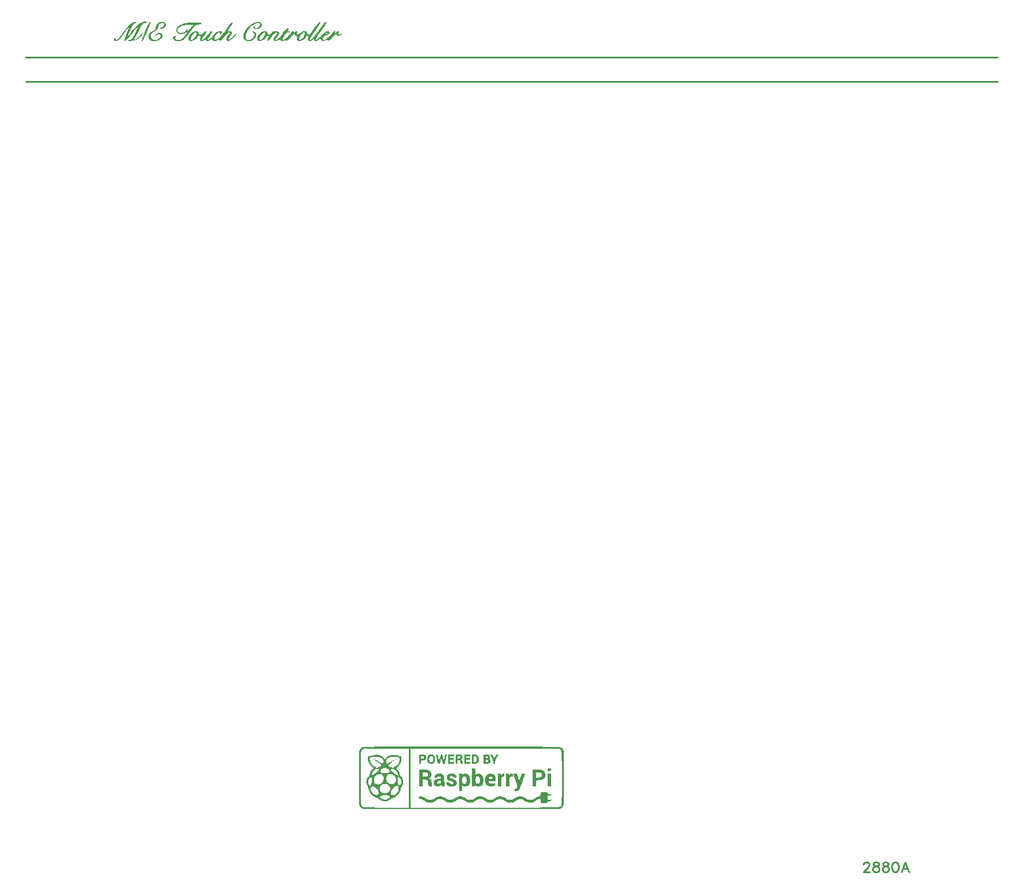
<source format=gto>
G04 Layer: TopSilkscreenLayer*
G04 EasyEDA v6.5.29, 2023-07-18 11:19:17*
G04 5f2044cace3448bf888c74a195837e88,5a6b42c53f6a479593ecc07194224c93,10*
G04 Gerber Generator version 0.2*
G04 Scale: 100 percent, Rotated: No, Reflected: No *
G04 Dimensions in millimeters *
G04 leading zeros omitted , absolute positions ,4 integer and 5 decimal *
%FSLAX45Y45*%
%MOMM*%

%ADD10C,0.2540*%

%LPD*%
G36*
X6848652Y2107133D02*
G01*
X5681573Y2106930D01*
X5352186Y2106523D01*
X5138318Y2105609D01*
X5068468Y2104898D01*
X5016855Y2104034D01*
X4980432Y2102967D01*
X4967071Y2102358D01*
X4952949Y2101392D01*
X4943805Y2100427D01*
X4935880Y2098954D01*
X4932273Y2097887D01*
X4929886Y2096820D01*
X4923586Y2092807D01*
X4919370Y2089556D01*
X4915103Y2085848D01*
X4910886Y2081834D01*
X4906873Y2077618D01*
X4903165Y2073351D01*
X4899914Y2069185D01*
X4895697Y2062581D01*
X4893919Y2058873D01*
X4892344Y2054352D01*
X4891024Y2048459D01*
X4889855Y2040636D01*
X4888890Y2030323D01*
X4888077Y2016963D01*
X4887417Y1999996D01*
X4886502Y1953056D01*
X4885994Y1884934D01*
X4885690Y1650339D01*
X4914595Y1650339D01*
X4914849Y1874926D01*
X4915306Y1944979D01*
X4916170Y1993036D01*
X4916830Y2010257D01*
X4917592Y2023719D01*
X4918557Y2033930D01*
X4919726Y2041499D01*
X4921097Y2047036D01*
X4922672Y2051100D01*
X4923536Y2052726D01*
X4926584Y2056993D01*
X4929936Y2060752D01*
X4933950Y2064359D01*
X4938471Y2067712D01*
X4943398Y2070862D01*
X4948631Y2073656D01*
X4954016Y2076094D01*
X4959451Y2078126D01*
X4964785Y2079752D01*
X4969967Y2080818D01*
X4974844Y2081326D01*
X4979263Y2081225D01*
X4985258Y2080260D01*
X5003546Y2079701D01*
X5087112Y2078736D01*
X5217007Y2078177D01*
X6937248Y2078024D01*
X7266584Y2077618D01*
X7532471Y2076754D01*
X7708950Y2075434D01*
X7768894Y2074570D01*
X7806334Y2073656D01*
X7825486Y2072639D01*
X7827416Y2072335D01*
X7830464Y2070912D01*
X7834731Y2068423D01*
X7838541Y2065629D01*
X7841843Y2062073D01*
X7843367Y2059838D01*
X7846059Y2054301D01*
X7847279Y2050796D01*
X7849362Y2042261D01*
X7850327Y2037029D01*
X7851952Y2024430D01*
X7853273Y2008632D01*
X7854289Y1989124D01*
X7855153Y1965502D01*
X7855762Y1937308D01*
X7856474Y1865426D01*
X7856728Y1680464D01*
X7856575Y1468831D01*
X7856220Y1391970D01*
X7855559Y1335887D01*
X7855102Y1314551D01*
X7853781Y1283004D01*
X7852968Y1271930D01*
X7852003Y1263396D01*
X7850835Y1256995D01*
X7849565Y1252220D01*
X7848092Y1248714D01*
X7842199Y1238656D01*
X7840573Y1236319D01*
X7838897Y1234490D01*
X7837271Y1233119D01*
X7834223Y1231239D01*
X7831023Y1229715D01*
X7824216Y1227531D01*
X7813548Y1225346D01*
X7806029Y1224280D01*
X7786878Y1222400D01*
X7767167Y1221079D01*
X7742936Y1219962D01*
X7713725Y1218996D01*
X7679029Y1218184D01*
X7591094Y1217015D01*
X7475169Y1216304D01*
X7295489Y1215847D01*
X5644388Y1215796D01*
X5644388Y2078126D01*
X5615381Y2078126D01*
X5615381Y1215796D01*
X5160162Y1215898D01*
X5074310Y1216507D01*
X5041290Y1217117D01*
X5014010Y1218031D01*
X4991912Y1219250D01*
X4974234Y1220825D01*
X4960467Y1222857D01*
X4954828Y1224026D01*
X4949901Y1225346D01*
X4945634Y1226820D01*
X4941925Y1228394D01*
X4938674Y1230122D01*
X4935880Y1232001D01*
X4931156Y1236268D01*
X4927092Y1241196D01*
X4923282Y1246632D01*
X4921859Y1249781D01*
X4920589Y1254201D01*
X4919522Y1260348D01*
X4918557Y1268628D01*
X4917694Y1279398D01*
X4916982Y1293164D01*
X4915916Y1331163D01*
X4915204Y1385925D01*
X4914849Y1460855D01*
X4914595Y1650339D01*
X4885690Y1650339D01*
X4885893Y1435557D01*
X4886299Y1361490D01*
X4887112Y1309674D01*
X4888433Y1275588D01*
X4889347Y1263853D01*
X4890414Y1254861D01*
X4891633Y1248054D01*
X4893106Y1242923D01*
X4894326Y1239824D01*
X4895697Y1237132D01*
X4899914Y1230528D01*
X4903165Y1226312D01*
X4906873Y1222044D01*
X4910886Y1217828D01*
X4915103Y1213815D01*
X4919370Y1210106D01*
X4923586Y1206855D01*
X4929327Y1203147D01*
X4932172Y1201826D01*
X4936134Y1200658D01*
X4941925Y1199540D01*
X4951120Y1198473D01*
X4962804Y1197559D01*
X4992014Y1196289D01*
X5042103Y1195120D01*
X5110581Y1194308D01*
X5191963Y1193749D01*
X5302808Y1193292D01*
X5518302Y1192885D01*
X5832297Y1192682D01*
X7826095Y1192631D01*
X7845145Y1205636D01*
X7849209Y1208684D01*
X7853425Y1212291D01*
X7857642Y1216355D01*
X7861808Y1220774D01*
X7865719Y1225346D01*
X7869326Y1229969D01*
X7872425Y1234541D01*
X7875930Y1240637D01*
X7877606Y1244600D01*
X7879080Y1249324D01*
X7880350Y1255420D01*
X7881467Y1263396D01*
X7882432Y1273657D01*
X7883194Y1286814D01*
X7884414Y1323594D01*
X7885125Y1377797D01*
X7885531Y1453388D01*
X7885734Y2039467D01*
X7870596Y2065324D01*
X7868869Y2069134D01*
X7865059Y2080260D01*
X7862519Y2084425D01*
X7859064Y2087524D01*
X7855102Y2089810D01*
X7848955Y2092147D01*
X7843774Y2093620D01*
X7839709Y2094534D01*
X7831378Y2096007D01*
X7816545Y2097938D01*
X7801864Y2099310D01*
X7777022Y2100935D01*
X7755280Y2102002D01*
X7697419Y2103831D01*
X7626654Y2105101D01*
X7531811Y2106066D01*
X7421880Y2106625D01*
X7214666Y2107031D01*
G37*
G36*
X5938926Y1994763D02*
G01*
X5932678Y1994154D01*
X5926582Y1992884D01*
X5920790Y1990953D01*
X5915253Y1988362D01*
X5910122Y1985264D01*
X5905652Y1982012D01*
X5901740Y1978609D01*
X5898388Y1974850D01*
X5895594Y1970735D01*
X5893257Y1966163D01*
X5891377Y1961083D01*
X5889955Y1955342D01*
X5888888Y1948942D01*
X5888126Y1941779D01*
X5887720Y1933702D01*
X5887624Y1925320D01*
X5916574Y1925320D01*
X5916676Y1933905D01*
X5917082Y1941017D01*
X5917844Y1946910D01*
X5919063Y1951736D01*
X5920740Y1955749D01*
X5922975Y1959152D01*
X5925870Y1962150D01*
X5929426Y1964943D01*
X5938266Y1970938D01*
X5943854Y1973275D01*
X5949137Y1972259D01*
X5957011Y1968195D01*
X5960414Y1965909D01*
X5963412Y1962912D01*
X5966053Y1959305D01*
X5968288Y1955190D01*
X5970117Y1950618D01*
X5971590Y1945639D01*
X5972708Y1940407D01*
X5973419Y1934921D01*
X5973775Y1929282D01*
X5973724Y1923592D01*
X5973368Y1917903D01*
X5972606Y1912315D01*
X5971489Y1906879D01*
X5970066Y1901748D01*
X5968238Y1896872D01*
X5966053Y1892401D01*
X5963564Y1888439D01*
X5960668Y1885035D01*
X5957468Y1882241D01*
X5953912Y1880158D01*
X5948375Y1878126D01*
X5943193Y1877212D01*
X5938418Y1877415D01*
X5934049Y1878736D01*
X5930138Y1881124D01*
X5926632Y1884527D01*
X5923635Y1888896D01*
X5921146Y1894332D01*
X5919165Y1900682D01*
X5917742Y1907997D01*
X5916879Y1916226D01*
X5916574Y1925320D01*
X5887624Y1925320D01*
X5887720Y1915515D01*
X5888177Y1907336D01*
X5888939Y1900021D01*
X5890056Y1893570D01*
X5891580Y1887829D01*
X5893562Y1882698D01*
X5896102Y1878177D01*
X5899099Y1874062D01*
X5902706Y1870354D01*
X5906973Y1866950D01*
X5911850Y1863750D01*
X5917438Y1860651D01*
X5923330Y1858010D01*
X5929325Y1856079D01*
X5935421Y1854809D01*
X5941568Y1854250D01*
X5947714Y1854352D01*
X5953810Y1855114D01*
X5959805Y1856536D01*
X5965647Y1858619D01*
X5971286Y1861362D01*
X5976721Y1864664D01*
X5981801Y1868627D01*
X5986576Y1873199D01*
X5990539Y1877720D01*
X5993739Y1882190D01*
X5996178Y1886915D01*
X5997956Y1892147D01*
X5999226Y1898243D01*
X6000038Y1905558D01*
X6000445Y1914398D01*
X6000445Y1935937D01*
X6000038Y1944878D01*
X5999226Y1952142D01*
X5997956Y1958187D01*
X5996025Y1963318D01*
X5993434Y1967890D01*
X5990082Y1972310D01*
X5985764Y1976882D01*
X5980887Y1981200D01*
X5975604Y1984908D01*
X5969965Y1988108D01*
X5964021Y1990648D01*
X5957874Y1992630D01*
X5951575Y1993950D01*
X5945225Y1994662D01*
G37*
G36*
X6011062Y1991868D02*
G01*
X6029045Y1910029D01*
X6034328Y1887118D01*
X6036513Y1878736D01*
X6038545Y1872183D01*
X6040526Y1867154D01*
X6042456Y1863547D01*
X6044539Y1861057D01*
X6046876Y1859483D01*
X6049467Y1858619D01*
X6052464Y1858264D01*
X6056020Y1858162D01*
X6060948Y1858365D01*
X6064910Y1859280D01*
X6068161Y1861261D01*
X6070955Y1864766D01*
X6073546Y1870252D01*
X6076188Y1878126D01*
X6079134Y1888794D01*
X6093612Y1947214D01*
X6108242Y1888896D01*
X6111189Y1878228D01*
X6113830Y1870405D01*
X6116421Y1864868D01*
X6119215Y1861312D01*
X6122416Y1859330D01*
X6126276Y1858416D01*
X6131102Y1858162D01*
X6134506Y1858264D01*
X6137452Y1858619D01*
X6139942Y1859432D01*
X6142228Y1860905D01*
X6144209Y1863191D01*
X6146139Y1866493D01*
X6147968Y1870964D01*
X6149898Y1876856D01*
X6154216Y1893366D01*
X6169964Y1961540D01*
X6175756Y1984044D01*
X6175908Y1987143D01*
X6173876Y1989378D01*
X6169761Y1990801D01*
X6163716Y1991309D01*
X6158484Y1991055D01*
X6154267Y1990039D01*
X6150864Y1987905D01*
X6148070Y1984298D01*
X6145733Y1978863D01*
X6143599Y1971243D01*
X6141466Y1961032D01*
X6137808Y1940610D01*
X6135319Y1928977D01*
X6134100Y1924659D01*
X6132880Y1921306D01*
X6131661Y1918970D01*
X6130442Y1917598D01*
X6129172Y1917242D01*
X6127851Y1917852D01*
X6126480Y1919478D01*
X6125057Y1922068D01*
X6123533Y1925675D01*
X6120282Y1935886D01*
X6113526Y1962048D01*
X6110833Y1971497D01*
X6108395Y1978710D01*
X6105956Y1983993D01*
X6103467Y1987600D01*
X6100673Y1989836D01*
X6097473Y1991004D01*
X6093714Y1991309D01*
X6089904Y1990953D01*
X6086652Y1989734D01*
X6083808Y1987346D01*
X6081166Y1983435D01*
X6078575Y1977694D01*
X6075832Y1969820D01*
X6072784Y1959508D01*
X6057595Y1901596D01*
X6046622Y1958289D01*
X6044285Y1968601D01*
X6042101Y1976323D01*
X6039866Y1981860D01*
X6037326Y1985619D01*
X6034278Y1988007D01*
X6030569Y1989378D01*
X6025997Y1990140D01*
G37*
G36*
X5766003Y1991309D02*
G01*
X5766003Y1948230D01*
X5794959Y1948230D01*
X5795010Y1954936D01*
X5795314Y1959965D01*
X5796178Y1963572D01*
X5797804Y1965909D01*
X5800394Y1967230D01*
X5804255Y1967687D01*
X5809589Y1967585D01*
X5816650Y1967026D01*
X5827674Y1965604D01*
X5834583Y1962962D01*
X5838494Y1958441D01*
X5840323Y1951431D01*
X5840628Y1945792D01*
X5839815Y1940966D01*
X5837936Y1936902D01*
X5834837Y1933600D01*
X5830620Y1931060D01*
X5825236Y1929231D01*
X5818682Y1928114D01*
X5810859Y1927707D01*
X5802325Y1928266D01*
X5797499Y1930958D01*
X5795416Y1937156D01*
X5794959Y1948230D01*
X5766003Y1948230D01*
X5766003Y1858162D01*
X5780481Y1858162D01*
X5788202Y1858873D01*
X5792571Y1861921D01*
X5794502Y1868932D01*
X5794959Y1881327D01*
X5795010Y1888947D01*
X5795314Y1894636D01*
X5796178Y1898751D01*
X5797804Y1901545D01*
X5800445Y1903222D01*
X5804458Y1904085D01*
X5809996Y1904441D01*
X5817311Y1904492D01*
X5825236Y1904847D01*
X5832602Y1905914D01*
X5839358Y1907692D01*
X5845556Y1910130D01*
X5851093Y1913229D01*
X5856020Y1916938D01*
X5860237Y1921256D01*
X5863793Y1926132D01*
X5866536Y1931568D01*
X5868568Y1937512D01*
X5869838Y1943963D01*
X5870244Y1950872D01*
X5870041Y1956460D01*
X5869482Y1961591D01*
X5868517Y1966214D01*
X5867146Y1970379D01*
X5865266Y1974088D01*
X5862929Y1977389D01*
X5860034Y1980285D01*
X5856579Y1982774D01*
X5852515Y1984959D01*
X5847892Y1986737D01*
X5842558Y1988210D01*
X5836564Y1989378D01*
X5829909Y1990242D01*
X5822442Y1990852D01*
X5814263Y1991207D01*
G37*
G36*
X6188760Y1991309D02*
G01*
X6188760Y1858162D01*
X6253226Y1858264D01*
X6264757Y1858518D01*
X6273393Y1859025D01*
X6279489Y1859889D01*
X6283452Y1861159D01*
X6285636Y1862937D01*
X6286398Y1865274D01*
X6286144Y1868322D01*
X6285280Y1871065D01*
X6283706Y1873351D01*
X6281267Y1875231D01*
X6277813Y1876704D01*
X6273241Y1877923D01*
X6267297Y1878888D01*
X6259931Y1879600D01*
X6240221Y1880768D01*
X6232042Y1881479D01*
X6226149Y1882444D01*
X6222136Y1883968D01*
X6219647Y1886153D01*
X6218326Y1889252D01*
X6217818Y1893468D01*
X6217818Y1904492D01*
X6218275Y1908657D01*
X6219444Y1911705D01*
X6221628Y1913737D01*
X6225133Y1915058D01*
X6230264Y1915718D01*
X6237325Y1916023D01*
X6255156Y1916125D01*
X6261811Y1916430D01*
X6266891Y1917090D01*
X6270599Y1918106D01*
X6273088Y1919579D01*
X6274663Y1921611D01*
X6275425Y1924253D01*
X6275628Y1927656D01*
X6275425Y1931009D01*
X6274663Y1933651D01*
X6273088Y1935683D01*
X6270599Y1937156D01*
X6266891Y1938172D01*
X6261811Y1938832D01*
X6255156Y1939137D01*
X6237732Y1939289D01*
X6230823Y1939594D01*
X6225743Y1940204D01*
X6222136Y1941372D01*
X6219799Y1943100D01*
X6218478Y1945639D01*
X6217869Y1948992D01*
X6217716Y1953412D01*
X6217869Y1957781D01*
X6218580Y1961235D01*
X6220104Y1963775D01*
X6222746Y1965706D01*
X6226860Y1967026D01*
X6232702Y1967992D01*
X6240678Y1968703D01*
X6259931Y1969871D01*
X6267297Y1970633D01*
X6273241Y1971548D01*
X6277813Y1972767D01*
X6281267Y1974240D01*
X6283706Y1976120D01*
X6285280Y1978406D01*
X6286144Y1981149D01*
X6286398Y1984197D01*
X6285636Y1986534D01*
X6283452Y1988312D01*
X6279489Y1989632D01*
X6273393Y1990445D01*
X6264757Y1990953D01*
X6238443Y1991309D01*
G37*
G36*
X6298793Y1991309D02*
G01*
X6298793Y1950770D01*
X6327749Y1950770D01*
X6328308Y1960219D01*
X6330848Y1965401D01*
X6336792Y1967687D01*
X6347409Y1968144D01*
X6356146Y1967534D01*
X6362954Y1965756D01*
X6367881Y1962810D01*
X6370675Y1958746D01*
X6371844Y1953768D01*
X6371488Y1949043D01*
X6369761Y1944776D01*
X6366764Y1940966D01*
X6362598Y1937867D01*
X6357416Y1935480D01*
X6351320Y1933956D01*
X6344412Y1933397D01*
X6335674Y1934006D01*
X6330594Y1936394D01*
X6328308Y1941626D01*
X6327749Y1950770D01*
X6298793Y1950770D01*
X6298793Y1858162D01*
X6317742Y1858314D01*
X6321145Y1858873D01*
X6323736Y1860092D01*
X6325514Y1862226D01*
X6326682Y1865477D01*
X6327394Y1870049D01*
X6327698Y1876247D01*
X6327851Y1892452D01*
X6328156Y1898700D01*
X6328867Y1903323D01*
X6330137Y1906473D01*
X6332118Y1908556D01*
X6334963Y1909673D01*
X6338874Y1910181D01*
X6344005Y1910283D01*
X6351422Y1909825D01*
X6357670Y1908403D01*
X6362903Y1906016D01*
X6367018Y1902510D01*
X6370218Y1897989D01*
X6372402Y1892300D01*
X6373672Y1885391D01*
X6374587Y1867052D01*
X6376822Y1861312D01*
X6381750Y1858772D01*
X6390538Y1858162D01*
X6395923Y1858264D01*
X6399936Y1858619D01*
X6402679Y1859635D01*
X6404356Y1861616D01*
X6405118Y1864766D01*
X6405016Y1869439D01*
X6404305Y1875891D01*
X6403035Y1884527D01*
X6400952Y1895246D01*
X6398260Y1905050D01*
X6395313Y1912772D01*
X6392418Y1917446D01*
X6389776Y1921052D01*
X6389319Y1924761D01*
X6390995Y1929028D01*
X6397548Y1937664D01*
X6399377Y1941779D01*
X6400546Y1946351D01*
X6401104Y1951278D01*
X6401054Y1956358D01*
X6400393Y1961540D01*
X6399174Y1966569D01*
X6397447Y1971395D01*
X6395161Y1975866D01*
X6392418Y1979777D01*
X6389217Y1983079D01*
X6385610Y1985568D01*
X6382664Y1986686D01*
X6378448Y1987804D01*
X6366865Y1989632D01*
X6352438Y1990852D01*
X6336842Y1991309D01*
G37*
G36*
X6426250Y1991309D02*
G01*
X6426250Y1858162D01*
X6486753Y1858264D01*
X6497726Y1858518D01*
X6505905Y1859025D01*
X6511645Y1859991D01*
X6515455Y1861413D01*
X6517640Y1863496D01*
X6518656Y1866188D01*
X6518909Y1869744D01*
X6518656Y1873199D01*
X6517843Y1875840D01*
X6516217Y1877872D01*
X6513474Y1879346D01*
X6509410Y1880362D01*
X6503822Y1880971D01*
X6496456Y1881276D01*
X6476593Y1881378D01*
X6468770Y1881632D01*
X6463080Y1882292D01*
X6459270Y1883562D01*
X6456934Y1885645D01*
X6455714Y1888743D01*
X6455257Y1893011D01*
X6455257Y1904339D01*
X6455714Y1908556D01*
X6456883Y1911654D01*
X6459067Y1913737D01*
X6462522Y1915058D01*
X6467652Y1915718D01*
X6474764Y1916023D01*
X6492595Y1916125D01*
X6499250Y1916430D01*
X6504330Y1917090D01*
X6508038Y1918106D01*
X6510578Y1919579D01*
X6512102Y1921611D01*
X6512864Y1924253D01*
X6513118Y1927656D01*
X6512864Y1931009D01*
X6512102Y1933651D01*
X6510578Y1935683D01*
X6508038Y1937156D01*
X6504330Y1938172D01*
X6499250Y1938832D01*
X6492595Y1939137D01*
X6475120Y1939289D01*
X6468211Y1939543D01*
X6463080Y1940204D01*
X6459524Y1941372D01*
X6457238Y1943150D01*
X6455918Y1945741D01*
X6455308Y1949196D01*
X6455308Y1958238D01*
X6455918Y1961692D01*
X6457340Y1964283D01*
X6459829Y1966061D01*
X6463741Y1967179D01*
X6469380Y1967788D01*
X6477000Y1968093D01*
X6496456Y1968246D01*
X6503822Y1968500D01*
X6509410Y1969109D01*
X6513474Y1970125D01*
X6516217Y1971598D01*
X6517843Y1973630D01*
X6518656Y1976323D01*
X6518909Y1979726D01*
X6518656Y1983282D01*
X6517640Y1986025D01*
X6515455Y1988057D01*
X6511645Y1989480D01*
X6505905Y1990445D01*
X6497726Y1990953D01*
X6472580Y1991309D01*
G37*
G36*
X6536283Y1991309D02*
G01*
X6536283Y1968144D01*
X6582409Y1968144D01*
X6590131Y1967433D01*
X6596684Y1965248D01*
X6601866Y1961743D01*
X6605574Y1956968D01*
X6607911Y1950923D01*
X6609791Y1942846D01*
X6611061Y1933803D01*
X6611569Y1924761D01*
X6611366Y1917496D01*
X6610807Y1910994D01*
X6609842Y1905152D01*
X6608521Y1900021D01*
X6606794Y1895500D01*
X6604609Y1891690D01*
X6602018Y1888439D01*
X6599021Y1885848D01*
X6595567Y1883867D01*
X6591604Y1882444D01*
X6587236Y1881632D01*
X6582409Y1881327D01*
X6565239Y1881327D01*
X6565239Y1968144D01*
X6536283Y1968144D01*
X6536283Y1858162D01*
X6582054Y1858314D01*
X6590639Y1858721D01*
X6597700Y1859584D01*
X6603593Y1861007D01*
X6608724Y1863140D01*
X6613499Y1866138D01*
X6618325Y1870049D01*
X6623608Y1875078D01*
X6628536Y1880311D01*
X6632448Y1885035D01*
X6635394Y1889760D01*
X6637578Y1894789D01*
X6639052Y1900428D01*
X6639966Y1907032D01*
X6640372Y1915058D01*
X6640525Y1924761D01*
X6640372Y1934413D01*
X6639966Y1942439D01*
X6639052Y1949043D01*
X6637578Y1954733D01*
X6635394Y1959711D01*
X6632448Y1964436D01*
X6628536Y1969211D01*
X6623608Y1974392D01*
X6618325Y1979422D01*
X6613499Y1983333D01*
X6608724Y1986330D01*
X6603593Y1988464D01*
X6597700Y1989886D01*
X6590639Y1990750D01*
X6582054Y1991156D01*
G37*
G36*
X6710019Y1991309D02*
G01*
X6710019Y1953666D01*
X6738975Y1953666D01*
X6739636Y1961083D01*
X6742175Y1965502D01*
X6747459Y1967585D01*
X6756349Y1968144D01*
X6765239Y1967585D01*
X6770522Y1965502D01*
X6773062Y1961083D01*
X6773722Y1953666D01*
X6773062Y1946249D01*
X6770522Y1941880D01*
X6765239Y1939747D01*
X6756349Y1939188D01*
X6747459Y1939747D01*
X6742175Y1941880D01*
X6739636Y1946249D01*
X6738975Y1953666D01*
X6710019Y1953666D01*
X6710019Y1899056D01*
X6738975Y1899056D01*
X6739432Y1908759D01*
X6741820Y1913839D01*
X6747459Y1915515D01*
X6757822Y1914956D01*
X6767423Y1913432D01*
X6773418Y1910537D01*
X6776770Y1905406D01*
X6778447Y1897227D01*
X6778904Y1888540D01*
X6776821Y1883765D01*
X6770878Y1881733D01*
X6759651Y1881327D01*
X6748322Y1881784D01*
X6742125Y1884019D01*
X6739483Y1889353D01*
X6738975Y1899056D01*
X6710019Y1899056D01*
X6710019Y1858162D01*
X6760260Y1858314D01*
X6769150Y1858670D01*
X6776618Y1859330D01*
X6782765Y1860296D01*
X6787845Y1861667D01*
X6791909Y1863445D01*
X6795262Y1865630D01*
X6798005Y1868322D01*
X6802932Y1874570D01*
X6806692Y1880565D01*
X6809333Y1886407D01*
X6810857Y1892046D01*
X6811264Y1897583D01*
X6810502Y1903018D01*
X6808673Y1908403D01*
X6801916Y1920748D01*
X6800138Y1927402D01*
X6800392Y1934210D01*
X6804456Y1948637D01*
X6805117Y1955647D01*
X6804609Y1962607D01*
X6803085Y1969312D01*
X6800596Y1975408D01*
X6797192Y1980692D01*
X6793026Y1984857D01*
X6788150Y1987600D01*
X6785559Y1988362D01*
X6776923Y1989683D01*
X6765086Y1990648D01*
X6751370Y1991207D01*
G37*
G36*
X6823049Y1991309D02*
G01*
X6817359Y1991004D01*
X6812737Y1990191D01*
X6809638Y1988972D01*
X6808470Y1987499D01*
X6808876Y1986025D01*
X6811924Y1979168D01*
X6817410Y1968347D01*
X6832295Y1941017D01*
X6838238Y1929180D01*
X6842709Y1918462D01*
X6844487Y1913432D01*
X6847078Y1903780D01*
X6848551Y1894332D01*
X6848906Y1889556D01*
X6849109Y1876552D01*
X6849414Y1870252D01*
X6850075Y1865579D01*
X6851243Y1862277D01*
X6853072Y1860143D01*
X6855612Y1858873D01*
X6859016Y1858314D01*
X6863486Y1858162D01*
X6871157Y1858873D01*
X6875525Y1861718D01*
X6877507Y1868068D01*
X6878116Y1882749D01*
X6878624Y1886661D01*
X6880656Y1895500D01*
X6883908Y1905507D01*
X6888429Y1916684D01*
X6894220Y1928926D01*
X6917486Y1972767D01*
X6923836Y1986076D01*
X6924294Y1987651D01*
X6923176Y1989074D01*
X6920026Y1990242D01*
X6915403Y1991004D01*
X6909765Y1991309D01*
X6905701Y1991004D01*
X6902043Y1990140D01*
X6898741Y1988464D01*
X6895592Y1985975D01*
X6892493Y1982520D01*
X6889394Y1977999D01*
X6886092Y1972310D01*
X6877354Y1955139D01*
X6872579Y1946859D01*
X6868718Y1941271D01*
X6866381Y1939188D01*
X6864045Y1941271D01*
X6860235Y1946859D01*
X6855459Y1955139D01*
X6846671Y1972310D01*
X6843369Y1977999D01*
X6840270Y1982520D01*
X6837172Y1985975D01*
X6834073Y1988464D01*
X6830720Y1990140D01*
X6827113Y1991004D01*
G37*
G36*
X5143754Y1988616D02*
G01*
X5139944Y1988515D01*
X5129072Y1987397D01*
X5115255Y1985264D01*
X5099964Y1982368D01*
X5074767Y1976983D01*
X5055362Y1972462D01*
X5041036Y1968500D01*
X5035550Y1966569D01*
X5030978Y1964639D01*
X5027320Y1962657D01*
X5024475Y1960575D01*
X5022240Y1958339D01*
X5020665Y1955901D01*
X5019548Y1953209D01*
X5018836Y1950262D01*
X5018227Y1943303D01*
X5017871Y1930806D01*
X5018136Y1918665D01*
X5044998Y1918665D01*
X5045049Y1921002D01*
X5047132Y1921865D01*
X5050028Y1922475D01*
X5051094Y1924405D01*
X5050383Y1928012D01*
X5045049Y1939543D01*
X5045252Y1943049D01*
X5048910Y1944624D01*
X5062931Y1945436D01*
X5066842Y1946706D01*
X5068366Y1948789D01*
X5066639Y1954530D01*
X5068620Y1956003D01*
X5073548Y1956003D01*
X5089245Y1953615D01*
X5094986Y1953717D01*
X5098643Y1954885D01*
X5099964Y1957120D01*
X5100828Y1959203D01*
X5103317Y1960321D01*
X5106974Y1960422D01*
X5116220Y1958441D01*
X5119878Y1958593D01*
X5122265Y1959864D01*
X5123129Y1962150D01*
X5123738Y1964740D01*
X5125770Y1965655D01*
X5129377Y1964842D01*
X5140096Y1959813D01*
X5143652Y1959051D01*
X5145684Y1960067D01*
X5146751Y1965604D01*
X5148173Y1966518D01*
X5150764Y1965502D01*
X5154726Y1962556D01*
X5158486Y1960168D01*
X5162550Y1958746D01*
X5166360Y1958492D01*
X5172557Y1960422D01*
X5176367Y1960168D01*
X5180431Y1958746D01*
X5187442Y1954022D01*
X5190134Y1952752D01*
X5191963Y1952650D01*
X5192623Y1953869D01*
X5193588Y1954733D01*
X5196179Y1953818D01*
X5200091Y1951278D01*
X5209794Y1943303D01*
X5214315Y1940407D01*
X5217922Y1938934D01*
X5222443Y1939391D01*
X5225796Y1937054D01*
X5229809Y1932686D01*
X5234127Y1926793D01*
X5238445Y1919884D01*
X5242356Y1912518D01*
X5245557Y1905152D01*
X5247741Y1898345D01*
X5248475Y1891995D01*
X5281726Y1891995D01*
X5282184Y1896160D01*
X5283149Y1900580D01*
X5284724Y1905457D01*
X5286908Y1910943D01*
X5290261Y1918004D01*
X5294426Y1924964D01*
X5298948Y1931416D01*
X5303469Y1937004D01*
X5307634Y1941271D01*
X5311038Y1943760D01*
X5313375Y1944116D01*
X5314238Y1941931D01*
X5315153Y1941017D01*
X5317642Y1941830D01*
X5321350Y1944166D01*
X5330342Y1951583D01*
X5334000Y1953971D01*
X5336489Y1954784D01*
X5337403Y1953869D01*
X5338013Y1952650D01*
X5339740Y1952599D01*
X5342280Y1953768D01*
X5345379Y1955952D01*
X5349138Y1958238D01*
X5353558Y1959610D01*
X5358079Y1959965D01*
X5365953Y1958441D01*
X5369712Y1958949D01*
X5373065Y1960524D01*
X5375554Y1963115D01*
X5377789Y1966264D01*
X5379567Y1967331D01*
X5381040Y1966468D01*
X5382361Y1963572D01*
X5384038Y1960727D01*
X5386679Y1959610D01*
X5390540Y1960270D01*
X5400852Y1964943D01*
X5404307Y1965655D01*
X5406288Y1964740D01*
X5406898Y1962150D01*
X5407761Y1959864D01*
X5410149Y1958593D01*
X5413806Y1958441D01*
X5423052Y1960422D01*
X5426710Y1960321D01*
X5429199Y1959203D01*
X5430062Y1957120D01*
X5431383Y1954885D01*
X5435041Y1953717D01*
X5440781Y1953615D01*
X5456478Y1956003D01*
X5461406Y1956003D01*
X5463387Y1954530D01*
X5461609Y1948789D01*
X5462879Y1946706D01*
X5466334Y1945436D01*
X5478424Y1944370D01*
X5482488Y1942185D01*
X5484520Y1938070D01*
X5484876Y1931670D01*
X5484368Y1925980D01*
X5483301Y1920392D01*
X5481929Y1915515D01*
X5479084Y1908708D01*
X5478576Y1904695D01*
X5478830Y1900428D01*
X5480761Y1892655D01*
X5480456Y1889760D01*
X5478932Y1887829D01*
X5473903Y1886457D01*
X5472379Y1884527D01*
X5471972Y1881733D01*
X5473496Y1874418D01*
X5472785Y1870913D01*
X5470753Y1868017D01*
X5467604Y1866036D01*
X5464302Y1864309D01*
X5461558Y1861972D01*
X5459730Y1859432D01*
X5457952Y1853031D01*
X5455005Y1848104D01*
X5450687Y1842617D01*
X5445506Y1837080D01*
X5439867Y1831898D01*
X5434330Y1827631D01*
X5429351Y1824685D01*
X5425389Y1823567D01*
X5422747Y1823059D01*
X5421071Y1821789D01*
X5420614Y1819910D01*
X5421376Y1817674D01*
X5421680Y1815388D01*
X5419699Y1813560D01*
X5415737Y1812340D01*
X5404408Y1811426D01*
X5399684Y1810207D01*
X5396484Y1808327D01*
X5395315Y1806092D01*
X5394655Y1803400D01*
X5392775Y1801418D01*
X5389829Y1800148D01*
X5385968Y1799488D01*
X5381294Y1799488D01*
X5376062Y1799996D01*
X5370322Y1801012D01*
X5364327Y1802536D01*
X5358130Y1804466D01*
X5351983Y1806803D01*
X5345938Y1809445D01*
X5340248Y1812442D01*
X5334965Y1815642D01*
X5330291Y1819097D01*
X5326380Y1822704D01*
X5323433Y1826412D01*
X5320639Y1830832D01*
X5318861Y1834489D01*
X5318252Y1837740D01*
X5318861Y1840890D01*
X5320944Y1844344D01*
X5324602Y1848357D01*
X5337200Y1859534D01*
X5344566Y1865477D01*
X5353812Y1872386D01*
X5364378Y1879803D01*
X5386984Y1894586D01*
X5424728Y1917446D01*
X5435092Y1924557D01*
X5435854Y1925421D01*
X5435346Y1925828D01*
X5433923Y1925675D01*
X5428538Y1923999D01*
X5420309Y1920748D01*
X5409895Y1916226D01*
X5385003Y1904390D01*
X5358892Y1890928D01*
X5346903Y1884324D01*
X5323382Y1870456D01*
X5311749Y1864055D01*
X5302910Y1859788D01*
X5299964Y1858568D01*
X5298135Y1858162D01*
X5295392Y1859483D01*
X5292140Y1863039D01*
X5288737Y1868322D01*
X5285587Y1874774D01*
X5283809Y1879498D01*
X5282539Y1883867D01*
X5281879Y1887931D01*
X5281726Y1891995D01*
X5248475Y1891995D01*
X5248605Y1890877D01*
X5247589Y1883664D01*
X5244693Y1876552D01*
X5239816Y1869389D01*
X5228386Y1855266D01*
X5208219Y1870049D01*
X5199430Y1875637D01*
X5188712Y1881886D01*
X5176570Y1888642D01*
X5150154Y1902256D01*
X5124754Y1914398D01*
X5113832Y1919224D01*
X5104739Y1922881D01*
X5098186Y1925015D01*
X5096002Y1925472D01*
X5094630Y1925472D01*
X5094173Y1924964D01*
X5094884Y1924100D01*
X5100370Y1920290D01*
X5110175Y1914245D01*
X5135473Y1899615D01*
X5146344Y1892960D01*
X5157571Y1885746D01*
X5168595Y1878228D01*
X5178755Y1870913D01*
X5187492Y1864156D01*
X5198211Y1854860D01*
X5203698Y1849729D01*
X5207660Y1845360D01*
X5210251Y1841652D01*
X5211622Y1838299D01*
X5211876Y1835099D01*
X5211114Y1831848D01*
X5209489Y1828342D01*
X5206898Y1824634D01*
X5203240Y1820976D01*
X5198668Y1817471D01*
X5193334Y1814118D01*
X5187442Y1811020D01*
X5181142Y1808175D01*
X5174640Y1805635D01*
X5168138Y1803501D01*
X5161686Y1801825D01*
X5155590Y1800555D01*
X5149900Y1799843D01*
X5144871Y1799742D01*
X5140706Y1800250D01*
X5137454Y1801469D01*
X5135422Y1803400D01*
X5134711Y1806092D01*
X5133543Y1808327D01*
X5130342Y1810207D01*
X5125618Y1811426D01*
X5114290Y1812340D01*
X5110327Y1813560D01*
X5108346Y1815388D01*
X5108651Y1817674D01*
X5109413Y1819910D01*
X5108956Y1821789D01*
X5107279Y1823059D01*
X5104638Y1823567D01*
X5100929Y1824634D01*
X5096002Y1827530D01*
X5090515Y1831746D01*
X5084826Y1836775D01*
X5079542Y1842109D01*
X5075123Y1847342D01*
X5072126Y1851964D01*
X5070195Y1857756D01*
X5068011Y1860804D01*
X5064810Y1864156D01*
X5056530Y1871116D01*
X5054752Y1873504D01*
X5055565Y1874875D01*
X5062270Y1875993D01*
X5063032Y1877974D01*
X5061153Y1881581D01*
X5052212Y1892350D01*
X5050332Y1895957D01*
X5050790Y1898040D01*
X5056428Y1899361D01*
X5056886Y1901443D01*
X5055006Y1905050D01*
X5046929Y1915007D01*
X5044998Y1918665D01*
X5018136Y1918665D01*
X5018836Y1911248D01*
X5019598Y1906828D01*
X5021884Y1897938D01*
X5025390Y1888185D01*
X5030368Y1876653D01*
X5041036Y1854250D01*
X5043373Y1850085D01*
X5046472Y1845411D01*
X5050282Y1840280D01*
X5054600Y1834946D01*
X5064353Y1824228D01*
X5069484Y1819148D01*
X5074615Y1814474D01*
X5099202Y1793138D01*
X5081981Y1778660D01*
X5076901Y1774139D01*
X5072227Y1769516D01*
X5068011Y1764741D01*
X5064150Y1759813D01*
X5060696Y1754632D01*
X5057546Y1749145D01*
X5054752Y1743354D01*
X5052263Y1737207D01*
X5050078Y1730705D01*
X5048148Y1723745D01*
X5046421Y1716278D01*
X5043678Y1701952D01*
X5041471Y1694586D01*
X5072837Y1694586D01*
X5073040Y1700580D01*
X5074208Y1708505D01*
X5076291Y1717548D01*
X5078272Y1723593D01*
X5080863Y1729689D01*
X5084013Y1735632D01*
X5087670Y1741525D01*
X5091785Y1747164D01*
X5096306Y1752600D01*
X5101132Y1757680D01*
X5106314Y1762455D01*
X5111750Y1766722D01*
X5117338Y1770532D01*
X5123078Y1773834D01*
X5128920Y1776475D01*
X5137048Y1779117D01*
X5145684Y1780997D01*
X5154422Y1782114D01*
X5162651Y1782419D01*
X5169966Y1781962D01*
X5175758Y1780743D01*
X5179618Y1778812D01*
X5181041Y1776069D01*
X5180533Y1773682D01*
X5179110Y1770735D01*
X5176824Y1767230D01*
X5169966Y1759102D01*
X5164560Y1753463D01*
X5202224Y1753463D01*
X5202529Y1756918D01*
X5203342Y1760321D01*
X5204663Y1763674D01*
X5206390Y1766925D01*
X5208625Y1770125D01*
X5211165Y1773174D01*
X5214162Y1776120D01*
X5217464Y1778914D01*
X5221071Y1781505D01*
X5225034Y1783943D01*
X5229199Y1786178D01*
X5238292Y1789938D01*
X5243169Y1791462D01*
X5248148Y1792732D01*
X5253329Y1793697D01*
X5258562Y1794357D01*
X5263896Y1794662D01*
X5269331Y1794662D01*
X5274767Y1794306D01*
X5280202Y1793544D01*
X5285638Y1792427D01*
X5291023Y1790852D01*
X5296306Y1788871D01*
X5301488Y1786432D01*
X5307330Y1783232D01*
X5312613Y1779981D01*
X5317286Y1776730D01*
X5321565Y1773224D01*
X5351780Y1773224D01*
X5352694Y1775409D01*
X5354777Y1777238D01*
X5358130Y1778812D01*
X5362244Y1779828D01*
X5367070Y1780336D01*
X5372404Y1780387D01*
X5378145Y1779930D01*
X5384190Y1779117D01*
X5390286Y1777847D01*
X5396433Y1776171D01*
X5402427Y1774139D01*
X5408117Y1771802D01*
X5413400Y1769110D01*
X5418124Y1766163D01*
X5423204Y1762353D01*
X5427929Y1758289D01*
X5432348Y1753971D01*
X5436412Y1749501D01*
X5440172Y1744725D01*
X5443524Y1739747D01*
X5446623Y1734566D01*
X5449316Y1729130D01*
X5451652Y1723542D01*
X5453684Y1717700D01*
X5455310Y1711655D01*
X5456631Y1705457D01*
X5460644Y1682902D01*
X5432094Y1698904D01*
X5423560Y1704543D01*
X5413806Y1711604D01*
X5403494Y1719630D01*
X5393029Y1728216D01*
X5383123Y1736902D01*
X5369610Y1749653D01*
X5362702Y1756664D01*
X5357571Y1762353D01*
X5354116Y1766874D01*
X5352237Y1770430D01*
X5351780Y1773224D01*
X5321565Y1773224D01*
X5324957Y1770075D01*
X5327954Y1766722D01*
X5330444Y1763420D01*
X5332374Y1760118D01*
X5333746Y1756867D01*
X5334609Y1753666D01*
X5334965Y1750517D01*
X5334812Y1747418D01*
X5334152Y1744421D01*
X5332984Y1741525D01*
X5331307Y1738731D01*
X5329174Y1736089D01*
X5326532Y1733600D01*
X5323433Y1731213D01*
X5319826Y1728978D01*
X5315813Y1726946D01*
X5311292Y1725117D01*
X5306364Y1723491D01*
X5300980Y1722069D01*
X5295138Y1720850D01*
X5288889Y1719884D01*
X5282184Y1719173D01*
X5275122Y1718716D01*
X5267604Y1718513D01*
X5258104Y1718614D01*
X5249773Y1719021D01*
X5242458Y1719732D01*
X5236057Y1720850D01*
X5230368Y1722374D01*
X5225288Y1724304D01*
X5220665Y1726692D01*
X5216347Y1729587D01*
X5212384Y1732838D01*
X5209133Y1736191D01*
X5206492Y1739595D01*
X5204561Y1743049D01*
X5203190Y1746504D01*
X5202428Y1750009D01*
X5202224Y1753463D01*
X5164560Y1753463D01*
X5155285Y1744624D01*
X5143500Y1734312D01*
X5130901Y1723999D01*
X5118049Y1714246D01*
X5105704Y1705559D01*
X5094427Y1698396D01*
X5089448Y1695551D01*
X5084927Y1693316D01*
X5081016Y1691741D01*
X5077815Y1690827D01*
X5075377Y1690725D01*
X5073751Y1691487D01*
X5072837Y1694586D01*
X5041471Y1694586D01*
X5039766Y1690065D01*
X5037175Y1684477D01*
X5034076Y1679092D01*
X5030470Y1673910D01*
X5026406Y1668881D01*
X5017871Y1659737D01*
X5014163Y1655318D01*
X5010810Y1650746D01*
X5007711Y1645920D01*
X5004917Y1640992D01*
X5002428Y1635861D01*
X5000193Y1630629D01*
X4998313Y1625295D01*
X4996688Y1619859D01*
X4995367Y1614322D01*
X4994351Y1608734D01*
X4993640Y1603095D01*
X4993233Y1597406D01*
X4993202Y1593951D01*
X5020360Y1593951D01*
X5020614Y1600403D01*
X5021427Y1606651D01*
X5022951Y1612798D01*
X5025288Y1619097D01*
X5028234Y1625498D01*
X5031740Y1631746D01*
X5035651Y1637741D01*
X5039817Y1643329D01*
X5044186Y1648358D01*
X5048605Y1652727D01*
X5052974Y1656232D01*
X5057140Y1658721D01*
X5061051Y1660093D01*
X5064506Y1660194D01*
X5066944Y1659331D01*
X5069027Y1657756D01*
X5070754Y1655318D01*
X5072227Y1651965D01*
X5073396Y1647647D01*
X5074361Y1642160D01*
X5075072Y1635556D01*
X5075834Y1621637D01*
X5075686Y1616964D01*
X5104130Y1616964D01*
X5104384Y1626616D01*
X5105755Y1636369D01*
X5108244Y1646021D01*
X5109921Y1650796D01*
X5111902Y1655521D01*
X5114188Y1660194D01*
X5116728Y1664716D01*
X5119624Y1669135D01*
X5122773Y1673453D01*
X5126228Y1677568D01*
X5129936Y1681530D01*
X5134000Y1685340D01*
X5138369Y1688947D01*
X5143042Y1692351D01*
X5148021Y1695450D01*
X5153304Y1698345D01*
X5159248Y1700987D01*
X5165648Y1703019D01*
X5172354Y1704441D01*
X5179212Y1705356D01*
X5186172Y1705660D01*
X5193131Y1705406D01*
X5199938Y1704644D01*
X5206441Y1703324D01*
X5212638Y1701444D01*
X5218328Y1699056D01*
X5223459Y1696161D01*
X5227878Y1692808D01*
X5231638Y1689100D01*
X5234990Y1685137D01*
X5237988Y1681022D01*
X5240578Y1676755D01*
X5242763Y1672285D01*
X5244642Y1667662D01*
X5246116Y1662938D01*
X5247182Y1658112D01*
X5247995Y1653235D01*
X5248402Y1648256D01*
X5248487Y1644040D01*
X5284470Y1644040D01*
X5284571Y1648968D01*
X5284927Y1653844D01*
X5285638Y1658670D01*
X5286705Y1663446D01*
X5288076Y1668119D01*
X5289804Y1672742D01*
X5291886Y1677212D01*
X5294325Y1681581D01*
X5297119Y1685848D01*
X5300268Y1689912D01*
X5304790Y1695043D01*
X5309006Y1699107D01*
X5313121Y1702206D01*
X5317439Y1704492D01*
X5322214Y1706067D01*
X5327802Y1707032D01*
X5334355Y1707540D01*
X5342280Y1707692D01*
X5348528Y1707489D01*
X5354777Y1706880D01*
X5360974Y1705914D01*
X5366969Y1704593D01*
X5372760Y1702968D01*
X5378246Y1701038D01*
X5383276Y1698802D01*
X5387848Y1696364D01*
X5391759Y1693722D01*
X5395620Y1690522D01*
X5399430Y1686915D01*
X5403189Y1682902D01*
X5410301Y1673910D01*
X5416702Y1663903D01*
X5419598Y1658721D01*
X5422188Y1653489D01*
X5426405Y1643024D01*
X5427929Y1637893D01*
X5429097Y1632915D01*
X5429663Y1629156D01*
X5453329Y1629156D01*
X5453583Y1640586D01*
X5453938Y1645513D01*
X5455158Y1653286D01*
X5456072Y1655876D01*
X5457088Y1657553D01*
X5460187Y1659940D01*
X5463590Y1661160D01*
X5467248Y1661160D01*
X5471210Y1660042D01*
X5475528Y1657705D01*
X5480151Y1654200D01*
X5485079Y1649475D01*
X5490362Y1643583D01*
X5493867Y1638909D01*
X5496966Y1633728D01*
X5499557Y1628139D01*
X5501792Y1622196D01*
X5503519Y1615948D01*
X5504840Y1609547D01*
X5505704Y1602943D01*
X5506110Y1596288D01*
X5506110Y1589684D01*
X5505602Y1583080D01*
X5504688Y1576679D01*
X5503316Y1570431D01*
X5501487Y1564538D01*
X5499150Y1558950D01*
X5496407Y1553768D01*
X5493207Y1549146D01*
X5489498Y1544828D01*
X5486044Y1541576D01*
X5482793Y1539443D01*
X5479694Y1538376D01*
X5476798Y1538478D01*
X5474055Y1539697D01*
X5471464Y1542034D01*
X5468975Y1545590D01*
X5466537Y1550263D01*
X5464200Y1556156D01*
X5461914Y1563268D01*
X5459679Y1571548D01*
X5457291Y1583080D01*
X5455412Y1595983D01*
X5454142Y1609547D01*
X5453430Y1622806D01*
X5453329Y1629156D01*
X5429663Y1629156D01*
X5430062Y1623720D01*
X5429758Y1617065D01*
X5428742Y1610614D01*
X5427116Y1604314D01*
X5424932Y1598218D01*
X5422239Y1592427D01*
X5418988Y1586941D01*
X5415280Y1581810D01*
X5411114Y1577035D01*
X5406542Y1572717D01*
X5401614Y1568856D01*
X5396382Y1565452D01*
X5390845Y1562608D01*
X5385003Y1560322D01*
X5379008Y1558645D01*
X5372811Y1557578D01*
X5366410Y1557223D01*
X5361127Y1557426D01*
X5355945Y1557985D01*
X5350865Y1558950D01*
X5345887Y1560220D01*
X5341061Y1561795D01*
X5336387Y1563725D01*
X5331866Y1565960D01*
X5327497Y1568450D01*
X5323281Y1571244D01*
X5319268Y1574241D01*
X5315407Y1577492D01*
X5308295Y1584655D01*
X5304993Y1588516D01*
X5299100Y1596796D01*
X5294122Y1605584D01*
X5291988Y1610156D01*
X5290108Y1614830D01*
X5288483Y1619605D01*
X5287111Y1624431D01*
X5285994Y1629308D01*
X5284673Y1639112D01*
X5284470Y1644040D01*
X5248487Y1644040D01*
X5248249Y1638147D01*
X5247741Y1633118D01*
X5246878Y1628038D01*
X5244287Y1617980D01*
X5242560Y1613052D01*
X5240578Y1608175D01*
X5238292Y1603400D01*
X5233009Y1594256D01*
X5229961Y1589887D01*
X5223256Y1581708D01*
X5219547Y1577898D01*
X5215636Y1574292D01*
X5211521Y1570990D01*
X5207203Y1567891D01*
X5202732Y1565097D01*
X5198059Y1562608D01*
X5193233Y1560423D01*
X5188204Y1558594D01*
X5183073Y1557070D01*
X5177739Y1555953D01*
X5172303Y1555242D01*
X5166766Y1554886D01*
X5161178Y1554988D01*
X5155895Y1555445D01*
X5150815Y1556308D01*
X5145989Y1557528D01*
X5141468Y1559052D01*
X5137150Y1560982D01*
X5133086Y1563166D01*
X5129326Y1565656D01*
X5125770Y1568399D01*
X5122519Y1571447D01*
X5119522Y1574698D01*
X5116728Y1578203D01*
X5112054Y1585772D01*
X5110124Y1589836D01*
X5108448Y1594053D01*
X5107025Y1598422D01*
X5105908Y1602943D01*
X5105044Y1607515D01*
X5104434Y1612188D01*
X5104130Y1616964D01*
X5075686Y1616964D01*
X5075174Y1608480D01*
X5073396Y1594358D01*
X5072176Y1587195D01*
X5069128Y1573225D01*
X5065471Y1560322D01*
X5061407Y1549400D01*
X5059273Y1544878D01*
X5057140Y1541170D01*
X5055006Y1538376D01*
X5052923Y1536547D01*
X5049824Y1535328D01*
X5046675Y1535379D01*
X5043525Y1536547D01*
X5040376Y1538782D01*
X5037277Y1541881D01*
X5034280Y1545844D01*
X5031486Y1550517D01*
X5028844Y1555750D01*
X5026507Y1561490D01*
X5024475Y1567637D01*
X5022799Y1574088D01*
X5021529Y1580642D01*
X5020716Y1587347D01*
X5020360Y1593951D01*
X4993202Y1593951D01*
X4993386Y1586026D01*
X4993894Y1580337D01*
X4994706Y1574698D01*
X4995875Y1569059D01*
X4997348Y1563522D01*
X4999126Y1558086D01*
X5001209Y1552702D01*
X5003647Y1547469D01*
X5006340Y1542338D01*
X5011318Y1534007D01*
X5013604Y1529384D01*
X5018786Y1517040D01*
X5024374Y1502105D01*
X5027099Y1494028D01*
X5058460Y1494028D01*
X5058867Y1498854D01*
X5059781Y1503476D01*
X5061153Y1507845D01*
X5063083Y1511960D01*
X5065522Y1515719D01*
X5068519Y1519224D01*
X5073345Y1523339D01*
X5078323Y1526133D01*
X5083657Y1527505D01*
X5089448Y1527556D01*
X5095900Y1526133D01*
X5103164Y1523339D01*
X5111394Y1519072D01*
X5120741Y1513332D01*
X5126075Y1509725D01*
X5135930Y1502003D01*
X5144719Y1493672D01*
X5147725Y1490319D01*
X5189016Y1490319D01*
X5189016Y1494790D01*
X5189372Y1499362D01*
X5190083Y1504035D01*
X5191150Y1508810D01*
X5192572Y1513636D01*
X5194757Y1519580D01*
X5197246Y1525168D01*
X5200091Y1530350D01*
X5203291Y1535125D01*
X5206796Y1539595D01*
X5210606Y1543608D01*
X5214721Y1547317D01*
X5219192Y1550568D01*
X5223967Y1553514D01*
X5229047Y1556004D01*
X5234432Y1558137D01*
X5240172Y1559915D01*
X5246217Y1561287D01*
X5252516Y1562252D01*
X5259171Y1562811D01*
X5266131Y1563014D01*
X5276138Y1562912D01*
X5284216Y1562404D01*
X5290921Y1561388D01*
X5296763Y1559560D01*
X5302148Y1556766D01*
X5307584Y1552803D01*
X5313629Y1547469D01*
X5320690Y1540560D01*
X5325364Y1535684D01*
X5329428Y1530858D01*
X5333034Y1526032D01*
X5336082Y1521256D01*
X5338572Y1516481D01*
X5340553Y1511706D01*
X5342026Y1506880D01*
X5342940Y1502054D01*
X5343398Y1497126D01*
X5343296Y1492199D01*
X5342636Y1487170D01*
X5341518Y1482090D01*
X5339892Y1476857D01*
X5337708Y1471574D01*
X5335016Y1466138D01*
X5331866Y1460601D01*
X5329021Y1456283D01*
X5326024Y1452270D01*
X5322824Y1448562D01*
X5319471Y1445107D01*
X5315966Y1442008D01*
X5312308Y1439164D01*
X5308498Y1436573D01*
X5300624Y1432255D01*
X5296509Y1430477D01*
X5289271Y1428089D01*
X5350611Y1428089D01*
X5350865Y1432864D01*
X5351526Y1437792D01*
X5352643Y1442974D01*
X5354116Y1448257D01*
X5355996Y1453642D01*
X5358231Y1459128D01*
X5360771Y1464665D01*
X5366816Y1475790D01*
X5370220Y1481328D01*
X5377840Y1492148D01*
X5386222Y1502511D01*
X5395315Y1512112D01*
X5400040Y1516532D01*
X5404866Y1520698D01*
X5409793Y1524558D01*
X5414772Y1528114D01*
X5419750Y1531264D01*
X5424779Y1534007D01*
X5429808Y1536344D01*
X5434787Y1538274D01*
X5439714Y1539646D01*
X5443118Y1538782D01*
X5449824Y1536395D01*
X5453024Y1534464D01*
X5455970Y1531416D01*
X5458663Y1527352D01*
X5461000Y1522374D01*
X5463032Y1516684D01*
X5464657Y1510385D01*
X5465927Y1503629D01*
X5466740Y1496568D01*
X5467096Y1489354D01*
X5466943Y1482090D01*
X5466232Y1474927D01*
X5465013Y1468018D01*
X5463641Y1462989D01*
X5461863Y1458061D01*
X5459730Y1453184D01*
X5457240Y1448511D01*
X5454446Y1443939D01*
X5451398Y1439519D01*
X5448046Y1435252D01*
X5444439Y1431137D01*
X5440629Y1427226D01*
X5432501Y1420012D01*
X5423763Y1413611D01*
X5419293Y1410817D01*
X5410098Y1405940D01*
X5400954Y1402232D01*
X5396382Y1400810D01*
X5391912Y1399692D01*
X5387492Y1398930D01*
X5383225Y1398473D01*
X5379110Y1398371D01*
X5375148Y1398676D01*
X5371388Y1399286D01*
X5367883Y1400352D01*
X5364581Y1401775D01*
X5361533Y1403604D01*
X5358841Y1405890D01*
X5356453Y1408633D01*
X5354370Y1411782D01*
X5352694Y1415389D01*
X5351526Y1419352D01*
X5350814Y1423568D01*
X5350611Y1428089D01*
X5289271Y1428089D01*
X5283758Y1426768D01*
X5275021Y1425498D01*
X5270652Y1425194D01*
X5261813Y1425346D01*
X5253075Y1426413D01*
X5248757Y1427226D01*
X5240274Y1429562D01*
X5236159Y1430985D01*
X5228234Y1434490D01*
X5220716Y1438706D01*
X5217160Y1441094D01*
X5210556Y1446377D01*
X5204663Y1452321D01*
X5201970Y1455521D01*
X5199532Y1458823D01*
X5197297Y1462328D01*
X5195316Y1465935D01*
X5192064Y1473606D01*
X5190896Y1477619D01*
X5189982Y1481734D01*
X5189321Y1486001D01*
X5189016Y1490319D01*
X5147725Y1490319D01*
X5152390Y1484731D01*
X5155793Y1480058D01*
X5158943Y1475232D01*
X5161788Y1470304D01*
X5164328Y1465275D01*
X5166563Y1460093D01*
X5168544Y1454810D01*
X5170220Y1449425D01*
X5171592Y1443939D01*
X5172608Y1438300D01*
X5173522Y1431137D01*
X5173726Y1424787D01*
X5173268Y1419250D01*
X5172100Y1414526D01*
X5170220Y1410563D01*
X5167528Y1407363D01*
X5164074Y1404924D01*
X5159806Y1403146D01*
X5154676Y1402080D01*
X5148681Y1401622D01*
X5141823Y1401826D01*
X5134000Y1402638D01*
X5128463Y1403654D01*
X5123027Y1405178D01*
X5117693Y1407210D01*
X5112461Y1409700D01*
X5107330Y1412595D01*
X5102402Y1415846D01*
X5097576Y1419504D01*
X5093004Y1423416D01*
X5088585Y1427683D01*
X5084419Y1432153D01*
X5080508Y1436878D01*
X5076799Y1441805D01*
X5073396Y1446834D01*
X5070348Y1452016D01*
X5067554Y1457299D01*
X5065115Y1462633D01*
X5062982Y1468018D01*
X5061254Y1473352D01*
X5059934Y1478686D01*
X5059019Y1483918D01*
X5058511Y1489049D01*
X5058460Y1494028D01*
X5027099Y1494028D01*
X5032248Y1478026D01*
X5037836Y1461617D01*
X5043576Y1446428D01*
X5048656Y1434236D01*
X5051958Y1427784D01*
X5055565Y1423009D01*
X5060594Y1417675D01*
X5066893Y1411782D01*
X5074462Y1405432D01*
X5083149Y1398676D01*
X5092852Y1391564D01*
X5103571Y1384147D01*
X5115204Y1376527D01*
X5129457Y1367637D01*
X5193944Y1367637D01*
X5193944Y1370380D01*
X5194554Y1373073D01*
X5195824Y1375613D01*
X5197652Y1378102D01*
X5200040Y1380439D01*
X5202936Y1382725D01*
X5206339Y1384858D01*
X5210149Y1386840D01*
X5214366Y1388719D01*
X5223865Y1392072D01*
X5234533Y1394815D01*
X5246014Y1396898D01*
X5258155Y1398219D01*
X5270500Y1398828D01*
X5282844Y1398625D01*
X5288889Y1398219D01*
X5294884Y1397558D01*
X5306263Y1395526D01*
X5311648Y1394155D01*
X5316778Y1392529D01*
X5321604Y1390650D01*
X5326075Y1388516D01*
X5330139Y1386078D01*
X5333796Y1383334D01*
X5336540Y1380439D01*
X5338368Y1377391D01*
X5339181Y1374190D01*
X5339130Y1370888D01*
X5338114Y1367434D01*
X5336133Y1363827D01*
X5333238Y1360068D01*
X5329377Y1356207D01*
X5324602Y1352143D01*
X5318861Y1347978D01*
X5312206Y1343609D01*
X5306872Y1340713D01*
X5301132Y1338224D01*
X5295087Y1336192D01*
X5288788Y1334617D01*
X5282285Y1333449D01*
X5275580Y1332738D01*
X5268772Y1332382D01*
X5261914Y1332484D01*
X5255107Y1332992D01*
X5248351Y1333855D01*
X5241645Y1335125D01*
X5235194Y1336700D01*
X5228945Y1338681D01*
X5222951Y1341018D01*
X5217312Y1343710D01*
X5212080Y1346708D01*
X5207254Y1350060D01*
X5202986Y1353718D01*
X5199278Y1357680D01*
X5196128Y1361948D01*
X5194706Y1364843D01*
X5193944Y1367637D01*
X5129457Y1367637D01*
X5154523Y1352956D01*
X5178044Y1339748D01*
X5213604Y1318920D01*
X5219954Y1315872D01*
X5226304Y1313434D01*
X5232908Y1311503D01*
X5239918Y1310132D01*
X5247640Y1309217D01*
X5256225Y1308658D01*
X5273090Y1308506D01*
X5285384Y1309065D01*
X5290667Y1309674D01*
X5295544Y1310538D01*
X5300167Y1311757D01*
X5304637Y1313230D01*
X5309158Y1315110D01*
X5313781Y1317447D01*
X5323890Y1323441D01*
X5335574Y1331112D01*
X5347970Y1338884D01*
X5359806Y1345844D01*
X5369560Y1351178D01*
X5378450Y1355344D01*
X5389626Y1361236D01*
X5401513Y1368247D01*
X5413806Y1376019D01*
X5426049Y1384350D01*
X5437835Y1392936D01*
X5448757Y1401470D01*
X5458460Y1409598D01*
X5466486Y1417116D01*
X5472430Y1423720D01*
X5474512Y1426565D01*
X5477205Y1431086D01*
X5483148Y1443431D01*
X5489295Y1458569D01*
X5494782Y1474673D01*
X5499455Y1490370D01*
X5502148Y1498498D01*
X5508294Y1514652D01*
X5511546Y1522171D01*
X5514797Y1529029D01*
X5517946Y1534972D01*
X5523534Y1544167D01*
X5525973Y1548790D01*
X5528106Y1553616D01*
X5529935Y1558645D01*
X5531459Y1563878D01*
X5532729Y1569212D01*
X5533694Y1574698D01*
X5534355Y1580286D01*
X5534761Y1585976D01*
X5534863Y1591665D01*
X5534660Y1597456D01*
X5533390Y1608988D01*
X5532374Y1614728D01*
X5531002Y1620418D01*
X5529376Y1626006D01*
X5527446Y1631492D01*
X5525262Y1636877D01*
X5522772Y1642110D01*
X5519978Y1647189D01*
X5513781Y1656943D01*
X5507380Y1665427D01*
X5501589Y1671726D01*
X5497169Y1674875D01*
X5493562Y1677924D01*
X5490108Y1683664D01*
X5487162Y1691386D01*
X5485130Y1700174D01*
X5484012Y1706321D01*
X5482590Y1712569D01*
X5478932Y1724964D01*
X5474462Y1737055D01*
X5469229Y1748485D01*
X5466384Y1753870D01*
X5460390Y1763623D01*
X5457291Y1767941D01*
X5454142Y1771853D01*
X5450941Y1775307D01*
X5447741Y1778203D01*
X5444591Y1780539D01*
X5429758Y1790293D01*
X5460695Y1820824D01*
X5468315Y1829358D01*
X5475782Y1838502D01*
X5482742Y1847900D01*
X5488736Y1856892D01*
X5493410Y1865122D01*
X5495188Y1868728D01*
X5497779Y1875028D01*
X5500116Y1881682D01*
X5502198Y1888591D01*
X5504027Y1895652D01*
X5506923Y1910029D01*
X5508701Y1923999D01*
X5509158Y1930603D01*
X5509310Y1936851D01*
X5509107Y1942642D01*
X5508650Y1947875D01*
X5507837Y1952498D01*
X5506669Y1956409D01*
X5505196Y1959457D01*
X5503367Y1961591D01*
X5500725Y1963166D01*
X5496153Y1964994D01*
X5482437Y1969465D01*
X5464098Y1974342D01*
X5443169Y1979117D01*
X5428488Y1981860D01*
X5414213Y1983841D01*
X5400497Y1985162D01*
X5387238Y1985721D01*
X5374538Y1985568D01*
X5362397Y1984654D01*
X5356555Y1983993D01*
X5345328Y1982063D01*
X5334660Y1979422D01*
X5324703Y1976120D01*
X5315407Y1972106D01*
X5310987Y1969871D01*
X5302758Y1964842D01*
X5295239Y1959203D01*
X5291734Y1956104D01*
X5285384Y1949399D01*
X5282488Y1945843D01*
X5277307Y1938172D01*
X5264099Y1916023D01*
X5250078Y1937359D01*
X5243626Y1946097D01*
X5240121Y1950161D01*
X5236362Y1954022D01*
X5232450Y1957628D01*
X5228336Y1961032D01*
X5224018Y1964232D01*
X5219496Y1967230D01*
X5214823Y1969973D01*
X5209946Y1972513D01*
X5204917Y1974799D01*
X5194300Y1978710D01*
X5182971Y1981657D01*
X5146294Y1988413D01*
G37*
G36*
X6542074Y1788718D02*
G01*
X6542074Y1616710D01*
X6594195Y1616710D01*
X6594297Y1625904D01*
X6595313Y1642313D01*
X6596125Y1649272D01*
X6597142Y1655267D01*
X6598310Y1660143D01*
X6599631Y1663750D01*
X6601155Y1666036D01*
X6605320Y1669034D01*
X6610756Y1671116D01*
X6617055Y1672386D01*
X6623659Y1672742D01*
X6630212Y1672285D01*
X6636258Y1670964D01*
X6641388Y1668780D01*
X6645097Y1665732D01*
X6647281Y1662480D01*
X6649313Y1658213D01*
X6651142Y1653184D01*
X6652768Y1647443D01*
X6654139Y1641195D01*
X6655257Y1634591D01*
X6656070Y1627682D01*
X6656628Y1620723D01*
X6656831Y1613814D01*
X6656679Y1607007D01*
X6656222Y1600555D01*
X6655308Y1594612D01*
X6653834Y1588516D01*
X6651752Y1583029D01*
X6649110Y1578203D01*
X6646011Y1574088D01*
X6642455Y1570583D01*
X6638493Y1567840D01*
X6634175Y1565808D01*
X6629501Y1564589D01*
X6624574Y1564132D01*
X6619443Y1564487D01*
X6614109Y1565706D01*
X6608673Y1567738D01*
X6604152Y1570024D01*
X6600698Y1572463D01*
X6598158Y1575511D01*
X6596329Y1579727D01*
X6595211Y1585468D01*
X6594551Y1593240D01*
X6594246Y1603502D01*
X6594195Y1616710D01*
X6542074Y1616710D01*
X6542074Y1528318D01*
X6565239Y1528318D01*
X6576314Y1528775D01*
X6583425Y1530350D01*
X6587236Y1533296D01*
X6588404Y1537868D01*
X6588658Y1542897D01*
X6589979Y1544574D01*
X6593128Y1542897D01*
X6603187Y1534515D01*
X6607809Y1531569D01*
X6612686Y1529181D01*
X6617817Y1527251D01*
X6623100Y1525879D01*
X6628587Y1524965D01*
X6634175Y1524508D01*
X6639814Y1524558D01*
X6645452Y1525016D01*
X6651040Y1525981D01*
X6656628Y1527352D01*
X6662064Y1529181D01*
X6667347Y1531416D01*
X6672427Y1534058D01*
X6677253Y1537157D01*
X6681825Y1540611D01*
X6686042Y1544472D01*
X6689902Y1548688D01*
X6693306Y1553260D01*
X6696252Y1558239D01*
X6698234Y1562404D01*
X6699961Y1567180D01*
X6701536Y1572412D01*
X6702907Y1578102D01*
X6704990Y1590548D01*
X6706209Y1603908D01*
X6706666Y1617827D01*
X6706616Y1624787D01*
X6705803Y1638503D01*
X6704177Y1651406D01*
X6703059Y1657451D01*
X6701739Y1663141D01*
X6700215Y1668322D01*
X6698488Y1673047D01*
X6696557Y1677212D01*
X6693763Y1681988D01*
X6690563Y1686458D01*
X6687058Y1690624D01*
X6683197Y1694484D01*
X6679082Y1697989D01*
X6674764Y1701190D01*
X6670192Y1703984D01*
X6665417Y1706473D01*
X6660540Y1708607D01*
X6655562Y1710334D01*
X6650481Y1711655D01*
X6645402Y1712569D01*
X6640271Y1713128D01*
X6635191Y1713230D01*
X6630162Y1712925D01*
X6625183Y1712163D01*
X6620408Y1710943D01*
X6615734Y1709267D01*
X6611264Y1707134D01*
X6607048Y1704492D01*
X6594195Y1695500D01*
X6594195Y1788718D01*
G37*
G36*
X7665974Y1788718D02*
G01*
X7659420Y1788414D01*
X7654696Y1787652D01*
X7651546Y1786178D01*
X7649667Y1783689D01*
X7648651Y1780032D01*
X7648295Y1774952D01*
X7648244Y1747570D01*
X7680553Y1749958D01*
X7686497Y1750771D01*
X7690916Y1751939D01*
X7694117Y1753616D01*
X7696301Y1756105D01*
X7697724Y1759508D01*
X7698638Y1764030D01*
X7699857Y1776120D01*
X7699908Y1780793D01*
X7699248Y1784096D01*
X7697520Y1786331D01*
X7694523Y1787702D01*
X7689900Y1788414D01*
X7683398Y1788718D01*
G37*
G36*
X5766003Y1771396D02*
G01*
X5766003Y1730857D01*
X5858560Y1730756D01*
X5865876Y1730349D01*
X5871921Y1729587D01*
X5876848Y1728419D01*
X5880963Y1726742D01*
X5884367Y1724507D01*
X5887364Y1721612D01*
X5890158Y1718005D01*
X5893714Y1712417D01*
X5896406Y1707134D01*
X5898235Y1702054D01*
X5899200Y1697278D01*
X5899353Y1692757D01*
X5898642Y1688592D01*
X5897168Y1684731D01*
X5894882Y1681225D01*
X5891834Y1678076D01*
X5888024Y1675282D01*
X5883402Y1672894D01*
X5878068Y1670862D01*
X5872022Y1669288D01*
X5865215Y1668119D01*
X5857748Y1667459D01*
X5849569Y1667205D01*
X5818124Y1667205D01*
X5818124Y1730857D01*
X5766003Y1730857D01*
X5766003Y1528318D01*
X5818124Y1528318D01*
X5818124Y1628139D01*
X5857849Y1624736D01*
X5864250Y1623822D01*
X5869940Y1622755D01*
X5875020Y1621434D01*
X5879541Y1619808D01*
X5883452Y1617878D01*
X5886856Y1615643D01*
X5889802Y1612950D01*
X5892241Y1609902D01*
X5894273Y1606397D01*
X5895898Y1602384D01*
X5897168Y1597863D01*
X5898134Y1592783D01*
X5898743Y1587144D01*
X5899099Y1580896D01*
X5899251Y1564284D01*
X5899556Y1556004D01*
X5900166Y1549146D01*
X5901182Y1543507D01*
X5902655Y1538935D01*
X5904738Y1535430D01*
X5907481Y1532737D01*
X5911037Y1530807D01*
X5915406Y1529537D01*
X5920790Y1528775D01*
X5927191Y1528419D01*
X5943549Y1528368D01*
X5950204Y1528572D01*
X5954979Y1529130D01*
X5958027Y1529994D01*
X5959602Y1531416D01*
X5959856Y1533398D01*
X5959043Y1536039D01*
X5956096Y1542288D01*
X5954979Y1545945D01*
X5953963Y1550314D01*
X5952337Y1560576D01*
X5951423Y1571802D01*
X5951067Y1585264D01*
X5950305Y1592834D01*
X5949086Y1600098D01*
X5947460Y1606956D01*
X5945378Y1613357D01*
X5942888Y1619300D01*
X5940094Y1624685D01*
X5936894Y1629460D01*
X5933440Y1633626D01*
X5929680Y1637030D01*
X5925616Y1639671D01*
X5921349Y1641449D01*
X5914339Y1643938D01*
X5912307Y1646021D01*
X5915406Y1648866D01*
X5923991Y1653539D01*
X5927547Y1655724D01*
X5930950Y1658467D01*
X5934100Y1661668D01*
X5937046Y1665376D01*
X5939739Y1669491D01*
X5942177Y1673961D01*
X5944260Y1678838D01*
X5946038Y1684070D01*
X5947918Y1690725D01*
X5949188Y1696516D01*
X5949746Y1701698D01*
X5949645Y1706524D01*
X5948832Y1711401D01*
X5947308Y1716532D01*
X5945022Y1722221D01*
X5939383Y1733753D01*
X5936691Y1738325D01*
X5933897Y1742490D01*
X5930849Y1746351D01*
X5927598Y1749856D01*
X5924092Y1753057D01*
X5920333Y1755952D01*
X5916168Y1758543D01*
X5911697Y1760829D01*
X5906770Y1762861D01*
X5901436Y1764690D01*
X5895644Y1766214D01*
X5889345Y1767535D01*
X5875121Y1769516D01*
X5858408Y1770735D01*
X5839053Y1771294D01*
G37*
G36*
X7428179Y1771396D02*
G01*
X7428179Y1731416D01*
X7480300Y1731416D01*
X7527493Y1729079D01*
X7536230Y1728317D01*
X7542987Y1727250D01*
X7548118Y1725726D01*
X7552029Y1723593D01*
X7555077Y1720697D01*
X7557719Y1716836D01*
X7560259Y1711960D01*
X7562799Y1705864D01*
X7564526Y1700022D01*
X7565440Y1694434D01*
X7565593Y1689150D01*
X7564932Y1684223D01*
X7563561Y1679549D01*
X7561427Y1675282D01*
X7558582Y1671370D01*
X7555026Y1667814D01*
X7550759Y1664716D01*
X7545831Y1662023D01*
X7540294Y1659788D01*
X7534046Y1657959D01*
X7527239Y1656689D01*
X7519771Y1655876D01*
X7511745Y1655622D01*
X7480300Y1655622D01*
X7480300Y1731416D01*
X7428179Y1731416D01*
X7428179Y1528318D01*
X7480300Y1528318D01*
X7480300Y1613611D01*
X7531150Y1616964D01*
X7545628Y1618792D01*
X7552334Y1620062D01*
X7564628Y1623161D01*
X7570266Y1625092D01*
X7575550Y1627174D01*
X7580528Y1629511D01*
X7585100Y1632102D01*
X7589367Y1634896D01*
X7593279Y1637893D01*
X7596886Y1641144D01*
X7600188Y1644650D01*
X7603083Y1648409D01*
X7605725Y1652371D01*
X7608011Y1656588D01*
X7609992Y1661058D01*
X7611668Y1665782D01*
X7613040Y1670761D01*
X7614107Y1675993D01*
X7614818Y1681480D01*
X7615275Y1687220D01*
X7615428Y1693265D01*
X7615174Y1700428D01*
X7614412Y1707286D01*
X7613091Y1713839D01*
X7611262Y1720088D01*
X7608874Y1726031D01*
X7605979Y1731721D01*
X7602524Y1737106D01*
X7598511Y1742186D01*
X7593990Y1747062D01*
X7588859Y1751634D01*
X7583220Y1755952D01*
X7576972Y1760067D01*
X7573162Y1762252D01*
X7569200Y1764131D01*
X7565034Y1765807D01*
X7560513Y1767179D01*
X7555484Y1768297D01*
X7549743Y1769211D01*
X7543241Y1769973D01*
X7527188Y1770888D01*
X7506106Y1771294D01*
G37*
G36*
X6443218Y1713534D02*
G01*
X6437884Y1713382D01*
X6432550Y1712671D01*
X6427266Y1711452D01*
X6422136Y1709724D01*
X6417106Y1707438D01*
X6404864Y1700123D01*
X6400342Y1698599D01*
X6397498Y1700123D01*
X6395262Y1704593D01*
X6392418Y1708404D01*
X6387388Y1711198D01*
X6380327Y1712925D01*
X6371386Y1713484D01*
X6350914Y1713484D01*
X6350914Y1617929D01*
X6396685Y1617929D01*
X6396736Y1625193D01*
X6397091Y1632356D01*
X6397802Y1639214D01*
X6398869Y1645666D01*
X6400241Y1651507D01*
X6401917Y1656588D01*
X6404000Y1660753D01*
X6406388Y1663903D01*
X6411671Y1668068D01*
X6417513Y1670913D01*
X6423761Y1672386D01*
X6430111Y1672539D01*
X6436360Y1671370D01*
X6442252Y1668881D01*
X6447536Y1665122D01*
X6451955Y1660143D01*
X6454140Y1656384D01*
X6456019Y1651863D01*
X6457594Y1646732D01*
X6458915Y1641093D01*
X6459880Y1634998D01*
X6460591Y1628648D01*
X6460998Y1622094D01*
X6461099Y1615440D01*
X6460896Y1608886D01*
X6460388Y1602435D01*
X6459626Y1596288D01*
X6458559Y1590548D01*
X6457188Y1585264D01*
X6455562Y1580591D01*
X6453632Y1576679D01*
X6451396Y1573631D01*
X6446672Y1569262D01*
X6441490Y1566113D01*
X6436055Y1564182D01*
X6430365Y1563471D01*
X6424574Y1563928D01*
X6418834Y1565605D01*
X6413246Y1568500D01*
X6407861Y1572615D01*
X6405372Y1575562D01*
X6403187Y1579626D01*
X6401308Y1584604D01*
X6399733Y1590344D01*
X6398514Y1596694D01*
X6397599Y1603502D01*
X6396990Y1610614D01*
X6396685Y1617929D01*
X6350914Y1617929D01*
X6350914Y1458874D01*
X6397244Y1458874D01*
X6397244Y1540154D01*
X6415532Y1530705D01*
X6420510Y1528419D01*
X6425590Y1526540D01*
X6430670Y1525117D01*
X6435750Y1524152D01*
X6440830Y1523593D01*
X6445859Y1523492D01*
X6450888Y1523847D01*
X6455867Y1524609D01*
X6460794Y1525778D01*
X6465570Y1527352D01*
X6470294Y1529334D01*
X6474866Y1531721D01*
X6479336Y1534464D01*
X6483604Y1537614D01*
X6487718Y1541119D01*
X6491630Y1545031D01*
X6495338Y1549298D01*
X6498793Y1553921D01*
X6502044Y1558848D01*
X6504990Y1564182D01*
X6506819Y1568399D01*
X6508394Y1573428D01*
X6509766Y1579219D01*
X6510832Y1585569D01*
X6511696Y1592478D01*
X6512712Y1607261D01*
X6512712Y1622755D01*
X6512356Y1630476D01*
X6510934Y1645259D01*
X6509816Y1652168D01*
X6508496Y1658518D01*
X6506921Y1664258D01*
X6505092Y1669288D01*
X6502450Y1675028D01*
X6499402Y1680362D01*
X6495999Y1685340D01*
X6492240Y1690014D01*
X6488176Y1694230D01*
X6483858Y1698091D01*
X6479286Y1701596D01*
X6474510Y1704644D01*
X6469583Y1707235D01*
X6464452Y1709420D01*
X6459270Y1711147D01*
X6453936Y1712417D01*
X6448602Y1713230D01*
G37*
G36*
X6918502Y1713484D02*
G01*
X6918502Y1528318D01*
X6970623Y1528318D01*
X6970674Y1602841D01*
X6971131Y1623110D01*
X6971588Y1631391D01*
X6972249Y1638655D01*
X6973112Y1644853D01*
X6974230Y1650085D01*
X6975652Y1654505D01*
X6977380Y1658061D01*
X6979462Y1660956D01*
X6981901Y1663192D01*
X6984746Y1664817D01*
X6988048Y1665986D01*
X6991756Y1666697D01*
X6996023Y1667103D01*
X7005777Y1667306D01*
X7009638Y1667814D01*
X7012482Y1668881D01*
X7014514Y1670710D01*
X7015835Y1673555D01*
X7016546Y1677670D01*
X7016902Y1683207D01*
X7016953Y1690370D01*
X7016546Y1702358D01*
X7014718Y1709420D01*
X7010908Y1712671D01*
X7004303Y1713484D01*
X6998360Y1712518D01*
X6991451Y1709826D01*
X6984441Y1705813D01*
X6978243Y1700936D01*
X6964832Y1688338D01*
X6964832Y1700936D01*
X6964019Y1707438D01*
X6960717Y1711248D01*
X6953707Y1713077D01*
X6941667Y1713484D01*
G37*
G36*
X7040118Y1713484D02*
G01*
X7040118Y1528318D01*
X7086447Y1528318D01*
X7086549Y1600606D01*
X7087158Y1620875D01*
X7087717Y1629308D01*
X7088581Y1636674D01*
X7089648Y1643024D01*
X7091070Y1648510D01*
X7092746Y1653133D01*
X7094829Y1656943D01*
X7097268Y1660093D01*
X7100163Y1662531D01*
X7103465Y1664360D01*
X7107224Y1665732D01*
X7111492Y1666595D01*
X7116267Y1667052D01*
X7126935Y1667306D01*
X7130999Y1667764D01*
X7133996Y1668780D01*
X7136079Y1670608D01*
X7137450Y1673453D01*
X7138162Y1677568D01*
X7138517Y1683105D01*
X7138568Y1690370D01*
X7138162Y1702765D01*
X7136231Y1709724D01*
X7131862Y1712823D01*
X7124090Y1713484D01*
X7117638Y1712620D01*
X7110628Y1710232D01*
X7104024Y1706727D01*
X7098588Y1702460D01*
X7092238Y1696364D01*
X7088631Y1694332D01*
X7086498Y1696364D01*
X7084669Y1702460D01*
X7082231Y1707692D01*
X7077862Y1711096D01*
X7070953Y1712925D01*
X7060946Y1713484D01*
G37*
G36*
X7266533Y1713484D02*
G01*
X7247686Y1650949D01*
X7241590Y1632356D01*
X7236409Y1618234D01*
X7234377Y1613458D01*
X7232802Y1610410D01*
X7231786Y1609344D01*
X7230821Y1610360D01*
X7229297Y1613306D01*
X7225030Y1624177D01*
X7219645Y1640281D01*
X7213701Y1659940D01*
X7199020Y1710588D01*
X7171690Y1712366D01*
X7161123Y1712823D01*
X7152436Y1712671D01*
X7146544Y1712061D01*
X7144359Y1710943D01*
X7146899Y1702663D01*
X7163968Y1653590D01*
X7176414Y1618843D01*
X7192467Y1572971D01*
X7197750Y1556512D01*
X7201357Y1543608D01*
X7202627Y1538274D01*
X7204049Y1529435D01*
X7204303Y1525778D01*
X7204252Y1522526D01*
X7203948Y1519631D01*
X7203389Y1516989D01*
X7202576Y1514500D01*
X7198918Y1507490D01*
X7193838Y1502054D01*
X7187336Y1498092D01*
X7179208Y1495602D01*
X7170318Y1493215D01*
X7165035Y1489659D01*
X7162444Y1484020D01*
X7161784Y1475333D01*
X7162444Y1468170D01*
X7164324Y1462125D01*
X7167270Y1457604D01*
X7171080Y1454912D01*
X7175347Y1453794D01*
X7180224Y1453337D01*
X7185609Y1453540D01*
X7191349Y1454353D01*
X7197242Y1455724D01*
X7203236Y1457553D01*
X7209129Y1459890D01*
X7214768Y1462532D01*
X7220051Y1465580D01*
X7224826Y1468932D01*
X7228941Y1472488D01*
X7232243Y1476248D01*
X7234174Y1479600D01*
X7240574Y1493824D01*
X7249668Y1516126D01*
X7260640Y1544320D01*
X7272629Y1575917D01*
X7284770Y1608734D01*
X7296200Y1640382D01*
X7306056Y1668525D01*
X7313472Y1690928D01*
X7317587Y1705152D01*
X7318146Y1708454D01*
X7316114Y1710436D01*
X7310577Y1712010D01*
X7302347Y1713077D01*
X7292340Y1713484D01*
G37*
G36*
X7648244Y1713484D02*
G01*
X7648244Y1528318D01*
X7700365Y1528318D01*
X7700365Y1713484D01*
G37*
G36*
X6240830Y1713230D02*
G01*
X6234328Y1712925D01*
X6227826Y1712214D01*
X6221323Y1711045D01*
X6214872Y1709521D01*
X6208471Y1707489D01*
X6202273Y1705051D01*
X6197041Y1702562D01*
X6192367Y1699818D01*
X6188202Y1696821D01*
X6184544Y1693519D01*
X6181344Y1689912D01*
X6178600Y1686001D01*
X6176365Y1681683D01*
X6174536Y1677009D01*
X6173114Y1671929D01*
X6172149Y1666392D01*
X6171590Y1660448D01*
X6171387Y1653997D01*
X6171692Y1647952D01*
X6172555Y1642414D01*
X6174130Y1637334D01*
X6176365Y1632661D01*
X6179413Y1628343D01*
X6183274Y1624380D01*
X6187998Y1620672D01*
X6193688Y1617167D01*
X6200343Y1613814D01*
X6208064Y1610614D01*
X6216904Y1607464D01*
X6236055Y1601419D01*
X6244183Y1598320D01*
X6251143Y1595221D01*
X6256985Y1591970D01*
X6261709Y1588719D01*
X6265265Y1585417D01*
X6267653Y1582064D01*
X6268872Y1578762D01*
X6268872Y1575409D01*
X6267653Y1572107D01*
X6265214Y1568805D01*
X6261506Y1565605D01*
X6255867Y1561795D01*
X6250686Y1559255D01*
X6245809Y1557985D01*
X6241084Y1558036D01*
X6236309Y1559356D01*
X6231331Y1562100D01*
X6225997Y1566214D01*
X6215024Y1576120D01*
X6209436Y1579778D01*
X6203543Y1582724D01*
X6197498Y1584909D01*
X6191453Y1586280D01*
X6185662Y1586941D01*
X6180277Y1586788D01*
X6175502Y1585874D01*
X6171438Y1584147D01*
X6168339Y1581658D01*
X6166307Y1578305D01*
X6165596Y1574139D01*
X6166205Y1569059D01*
X6167932Y1563878D01*
X6170726Y1558696D01*
X6174384Y1553565D01*
X6178905Y1548587D01*
X6184188Y1543862D01*
X6190030Y1539494D01*
X6196431Y1535480D01*
X6203238Y1531975D01*
X6210401Y1529080D01*
X6217767Y1526794D01*
X6225235Y1525270D01*
X6232753Y1524355D01*
X6240018Y1523847D01*
X6247130Y1523796D01*
X6254038Y1524152D01*
X6260642Y1524914D01*
X6267043Y1526032D01*
X6273139Y1527606D01*
X6278981Y1529537D01*
X6284518Y1531874D01*
X6289700Y1534566D01*
X6294577Y1537614D01*
X6299047Y1541068D01*
X6303162Y1544828D01*
X6306921Y1548993D01*
X6310223Y1553464D01*
X6313119Y1558290D01*
X6316675Y1565046D01*
X6319215Y1570532D01*
X6320790Y1575155D01*
X6321450Y1579321D01*
X6321196Y1583436D01*
X6320028Y1587855D01*
X6317996Y1593037D01*
X6315100Y1599285D01*
X6312611Y1604111D01*
X6309918Y1608429D01*
X6306870Y1612290D01*
X6303365Y1615846D01*
X6299403Y1619046D01*
X6294729Y1622044D01*
X6289395Y1624888D01*
X6283147Y1627581D01*
X6275984Y1630172D01*
X6267805Y1632813D01*
X6247841Y1638300D01*
X6238595Y1641093D01*
X6231077Y1644243D01*
X6225336Y1647799D01*
X6221374Y1651711D01*
X6219190Y1655876D01*
X6218783Y1660398D01*
X6220256Y1665173D01*
X6223558Y1670151D01*
X6227622Y1674063D01*
X6232245Y1676704D01*
X6237224Y1678127D01*
X6242405Y1678330D01*
X6247688Y1677314D01*
X6252870Y1675130D01*
X6257899Y1671726D01*
X6266230Y1663801D01*
X6270853Y1660956D01*
X6276187Y1658620D01*
X6282029Y1656892D01*
X6288024Y1655724D01*
X6294069Y1655165D01*
X6299809Y1655165D01*
X6305042Y1655825D01*
X6309563Y1657096D01*
X6313068Y1658975D01*
X6315354Y1661515D01*
X6316167Y1664665D01*
X6315862Y1669440D01*
X6314897Y1674063D01*
X6313322Y1678482D01*
X6311188Y1682648D01*
X6308496Y1686661D01*
X6305296Y1690420D01*
X6301689Y1693925D01*
X6297574Y1697177D01*
X6293154Y1700174D01*
X6288278Y1702917D01*
X6283147Y1705356D01*
X6277711Y1707489D01*
X6271971Y1709318D01*
X6266078Y1710791D01*
X6259931Y1711960D01*
X6253683Y1712772D01*
X6247333Y1713179D01*
G37*
G36*
X6811162Y1712925D02*
G01*
X6804101Y1712722D01*
X6797141Y1712010D01*
X6790486Y1710893D01*
X6784136Y1709267D01*
X6778193Y1707235D01*
X6772808Y1704695D01*
X6768490Y1702104D01*
X6764375Y1699158D01*
X6760464Y1695907D01*
X6756806Y1692351D01*
X6753402Y1688541D01*
X6750151Y1684426D01*
X6747205Y1680108D01*
X6744411Y1675536D01*
X6739636Y1665833D01*
X6735775Y1655470D01*
X6734104Y1649475D01*
X6784848Y1649475D01*
X6785762Y1652524D01*
X6787642Y1655927D01*
X6790537Y1659686D01*
X6794398Y1663903D01*
X6799376Y1668018D01*
X6804558Y1670812D01*
X6809841Y1672285D01*
X6815175Y1672488D01*
X6820357Y1671320D01*
X6825335Y1668881D01*
X6830009Y1665122D01*
X6834225Y1660143D01*
X6838543Y1653590D01*
X6841286Y1648510D01*
X6842201Y1644650D01*
X6841134Y1641906D01*
X6837984Y1640027D01*
X6832549Y1638960D01*
X6824675Y1638401D01*
X6814261Y1638249D01*
X6806996Y1638452D01*
X6800799Y1638960D01*
X6795566Y1639824D01*
X6791401Y1640992D01*
X6788251Y1642567D01*
X6786118Y1644497D01*
X6785000Y1646783D01*
X6784848Y1649475D01*
X6734104Y1649475D01*
X6731863Y1639011D01*
X6731050Y1633423D01*
X6730187Y1622044D01*
X6730136Y1616303D01*
X6730847Y1604975D01*
X6731609Y1599387D01*
X6732625Y1593850D01*
X6733895Y1588414D01*
X6735470Y1583080D01*
X6737299Y1577898D01*
X6739381Y1572869D01*
X6741769Y1567992D01*
X6744462Y1563319D01*
X6747408Y1558899D01*
X6750659Y1554632D01*
X6754164Y1550670D01*
X6758635Y1546301D01*
X6763258Y1542338D01*
X6767982Y1538732D01*
X6772909Y1535582D01*
X6777939Y1532788D01*
X6783171Y1530400D01*
X6788556Y1528368D01*
X6794144Y1526794D01*
X6799935Y1525574D01*
X6805879Y1524711D01*
X6812025Y1524254D01*
X6818426Y1524203D01*
X6824980Y1524558D01*
X6831787Y1525219D01*
X6838797Y1526336D01*
X6846011Y1527759D01*
X6854342Y1529689D01*
X6861403Y1531569D01*
X6867347Y1533398D01*
X6872224Y1535328D01*
X6876084Y1537360D01*
X6878980Y1539544D01*
X6881063Y1542084D01*
X6882333Y1544929D01*
X6882892Y1548130D01*
X6882841Y1551889D01*
X6882231Y1556156D01*
X6881164Y1561084D01*
X6878777Y1568246D01*
X6875678Y1572158D01*
X6871208Y1573276D01*
X6864654Y1572006D01*
X6855917Y1569516D01*
X6847840Y1567535D01*
X6840474Y1566011D01*
X6833768Y1564944D01*
X6827621Y1564386D01*
X6822033Y1564284D01*
X6816902Y1564690D01*
X6812280Y1565554D01*
X6808114Y1566926D01*
X6804253Y1568754D01*
X6800748Y1571091D01*
X6797548Y1573936D01*
X6793382Y1578254D01*
X6789978Y1582166D01*
X6787337Y1585671D01*
X6785508Y1588820D01*
X6784543Y1591564D01*
X6784441Y1593951D01*
X6785254Y1596034D01*
X6786981Y1597863D01*
X6789674Y1599336D01*
X6793331Y1600555D01*
X6798005Y1601571D01*
X6803745Y1602333D01*
X6810502Y1602892D01*
X6827316Y1603451D01*
X6889546Y1603552D01*
X6889394Y1636725D01*
X6888937Y1643075D01*
X6888124Y1649272D01*
X6887006Y1655165D01*
X6885635Y1660855D01*
X6883908Y1666290D01*
X6881926Y1671472D01*
X6879640Y1676400D01*
X6877100Y1681022D01*
X6874306Y1685340D01*
X6871208Y1689354D01*
X6867855Y1693062D01*
X6864299Y1696415D01*
X6860438Y1699412D01*
X6856374Y1702054D01*
X6852056Y1704390D01*
X6845858Y1706930D01*
X6839356Y1709064D01*
X6832498Y1710740D01*
X6825488Y1711909D01*
X6818325Y1712671D01*
G37*
G36*
X6065316Y1711909D02*
G01*
X6058255Y1711858D01*
X6051346Y1711553D01*
X6044692Y1710893D01*
X6038443Y1709928D01*
X6032703Y1708708D01*
X6027521Y1707235D01*
X6023000Y1705508D01*
X6016091Y1701800D01*
X6009386Y1697126D01*
X6003137Y1691792D01*
X5997549Y1685950D01*
X5992825Y1679956D01*
X5989218Y1673961D01*
X5986881Y1668221D01*
X5986068Y1663039D01*
X5987034Y1660448D01*
X5989777Y1658366D01*
X5993942Y1656842D01*
X5999175Y1655825D01*
X6005169Y1655318D01*
X6011570Y1655267D01*
X6018072Y1655673D01*
X6024372Y1656588D01*
X6030061Y1657959D01*
X6034887Y1659737D01*
X6038443Y1662023D01*
X6043117Y1668627D01*
X6047638Y1671116D01*
X6054140Y1672183D01*
X6062776Y1671929D01*
X6072428Y1670354D01*
X6078423Y1667459D01*
X6081776Y1662328D01*
X6083452Y1654200D01*
X6083909Y1645564D01*
X6081979Y1640789D01*
X6076442Y1638706D01*
X6058509Y1638096D01*
X6051194Y1637588D01*
X6044184Y1636725D01*
X6037427Y1635506D01*
X6031026Y1634032D01*
X6024930Y1632204D01*
X6019139Y1630121D01*
X6013704Y1627733D01*
X6008624Y1625041D01*
X6003950Y1622094D01*
X5999632Y1618894D01*
X5995720Y1615440D01*
X5992215Y1611731D01*
X5989116Y1607769D01*
X5986475Y1603603D01*
X5984290Y1599234D01*
X5982563Y1594662D01*
X5981293Y1589836D01*
X5980531Y1584858D01*
X5980443Y1583080D01*
X6034176Y1583080D01*
X6034786Y1587601D01*
X6036208Y1591919D01*
X6038392Y1595932D01*
X6041390Y1599438D01*
X6045200Y1602232D01*
X6049772Y1604162D01*
X6059678Y1606702D01*
X6067552Y1608277D01*
X6073597Y1608734D01*
X6078118Y1608023D01*
X6081217Y1606092D01*
X6083198Y1602841D01*
X6084214Y1598218D01*
X6084519Y1592173D01*
X6083808Y1585315D01*
X6081776Y1579270D01*
X6078524Y1574088D01*
X6074156Y1569821D01*
X6068822Y1566621D01*
X6062624Y1564538D01*
X6055614Y1563674D01*
X6048044Y1564132D01*
X6043574Y1565351D01*
X6040018Y1567637D01*
X6037326Y1570736D01*
X6035446Y1574495D01*
X6034379Y1578660D01*
X6034176Y1583080D01*
X5980443Y1583080D01*
X5980277Y1579727D01*
X5980480Y1574190D01*
X5981141Y1568907D01*
X5982208Y1563827D01*
X5983732Y1559001D01*
X5985611Y1554429D01*
X5987897Y1550162D01*
X5990590Y1546098D01*
X5993587Y1542389D01*
X5996990Y1538935D01*
X6000750Y1535836D01*
X6004814Y1533042D01*
X6009182Y1530604D01*
X6013907Y1528470D01*
X6018936Y1526743D01*
X6024219Y1525422D01*
X6029807Y1524457D01*
X6036564Y1523695D01*
X6042355Y1523441D01*
X6047486Y1523746D01*
X6052210Y1524711D01*
X6056630Y1526387D01*
X6061151Y1528826D01*
X6065875Y1532128D01*
X6081217Y1544523D01*
X6086906Y1547622D01*
X6089954Y1545996D01*
X6091986Y1539849D01*
X6094577Y1534160D01*
X6099302Y1530604D01*
X6107277Y1528826D01*
X6119469Y1528318D01*
X6127445Y1528318D01*
X6133439Y1528622D01*
X6137656Y1529283D01*
X6140297Y1530604D01*
X6141669Y1532788D01*
X6141923Y1535988D01*
X6141415Y1540459D01*
X6139789Y1549349D01*
X6138875Y1557680D01*
X6138062Y1568754D01*
X6137402Y1581810D01*
X6136690Y1611172D01*
X6136640Y1630527D01*
X6136284Y1649171D01*
X6135217Y1662430D01*
X6134252Y1667611D01*
X6133033Y1672082D01*
X6131407Y1676044D01*
X6129375Y1679702D01*
X6126835Y1683308D01*
X6123838Y1687068D01*
X6115304Y1696415D01*
X6110681Y1700631D01*
X6106007Y1703984D01*
X6101130Y1706524D01*
X6095593Y1708454D01*
X6089192Y1709826D01*
X6081572Y1710842D01*
X6072479Y1711604D01*
G37*
G36*
X7599629Y1441500D02*
G01*
X7581087Y1440992D01*
X7573264Y1440383D01*
X7566507Y1439570D01*
X7560868Y1438554D01*
X7556347Y1437284D01*
X7553045Y1435811D01*
X7550912Y1434185D01*
X7548422Y1429512D01*
X7546086Y1422247D01*
X7544206Y1413357D01*
X7542987Y1403807D01*
X7542326Y1396390D01*
X7541463Y1390700D01*
X7540091Y1386484D01*
X7538008Y1383436D01*
X7534909Y1381302D01*
X7530541Y1379778D01*
X7524546Y1378559D01*
X7512761Y1376781D01*
X7508595Y1375816D01*
X7499603Y1372920D01*
X7489901Y1368958D01*
X7479741Y1363929D01*
X7469428Y1358087D01*
X7446162Y1342796D01*
X7440675Y1339443D01*
X7435545Y1336649D01*
X7430770Y1334363D01*
X7426096Y1332534D01*
X7421422Y1331163D01*
X7416647Y1330096D01*
X7411618Y1329385D01*
X7406131Y1328928D01*
X7393330Y1328623D01*
X7384237Y1328775D01*
X7376312Y1329283D01*
X7369403Y1330198D01*
X7363206Y1331620D01*
X7357516Y1333601D01*
X7352080Y1336243D01*
X7346594Y1339545D01*
X7335164Y1347825D01*
X7323836Y1355445D01*
X7318248Y1358900D01*
X7307021Y1364945D01*
X7295946Y1370025D01*
X7284872Y1374038D01*
X7273848Y1377035D01*
X7262875Y1379016D01*
X7251903Y1379982D01*
X7246416Y1380083D01*
X7235494Y1379524D01*
X7230008Y1378864D01*
X7219086Y1376730D01*
X7208113Y1373632D01*
X7197090Y1369466D01*
X7186066Y1364335D01*
X7174941Y1358138D01*
X7153300Y1344117D01*
X7143394Y1338580D01*
X7138619Y1336243D01*
X7129170Y1332433D01*
X7124496Y1330909D01*
X7115098Y1328674D01*
X7110323Y1327861D01*
X7099655Y1326845D01*
X7094372Y1326591D01*
X7089546Y1326642D01*
X7085075Y1327048D01*
X7080656Y1327861D01*
X7076287Y1329080D01*
X7071715Y1330807D01*
X7066838Y1333093D01*
X7055459Y1339494D01*
X7028586Y1356309D01*
X7016546Y1362862D01*
X7004812Y1368399D01*
X6993331Y1372870D01*
X6982104Y1376273D01*
X6971030Y1378610D01*
X6960057Y1379880D01*
X6954621Y1380134D01*
X6943801Y1379829D01*
X6933031Y1378458D01*
X6927646Y1377391D01*
X6916826Y1374444D01*
X6911390Y1372565D01*
X6900468Y1367993D01*
X6889445Y1362354D01*
X6878269Y1355699D01*
X6866839Y1347927D01*
X6855307Y1339545D01*
X6849821Y1336243D01*
X6844385Y1333601D01*
X6838645Y1331620D01*
X6832498Y1330198D01*
X6825589Y1329283D01*
X6817664Y1328775D01*
X6801815Y1328724D01*
X6795770Y1328928D01*
X6790334Y1329385D01*
X6785254Y1330096D01*
X6780479Y1331163D01*
X6775856Y1332534D01*
X6771233Y1334363D01*
X6766407Y1336598D01*
X6755841Y1342694D01*
X6737096Y1355191D01*
X6725310Y1362151D01*
X6719417Y1365250D01*
X6707682Y1370482D01*
X6701790Y1372666D01*
X6695948Y1374546D01*
X6690055Y1376172D01*
X6684213Y1377492D01*
X6678371Y1378508D01*
X6666687Y1379677D01*
X6660845Y1379829D01*
X6649161Y1379270D01*
X6643319Y1378559D01*
X6637477Y1377543D01*
X6625793Y1374648D01*
X6619951Y1372768D01*
X6614058Y1370584D01*
X6602374Y1365351D01*
X6596481Y1362303D01*
X6584696Y1355344D01*
X6565849Y1342796D01*
X6560312Y1339443D01*
X6555231Y1336649D01*
X6550406Y1334363D01*
X6545783Y1332534D01*
X6541109Y1331163D01*
X6536334Y1330096D01*
X6531305Y1329385D01*
X6525818Y1328928D01*
X6513017Y1328623D01*
X6503873Y1328775D01*
X6495999Y1329283D01*
X6489090Y1330198D01*
X6482892Y1331620D01*
X6477203Y1333601D01*
X6471767Y1336243D01*
X6466281Y1339545D01*
X6454749Y1347927D01*
X6443319Y1355699D01*
X6432143Y1362354D01*
X6421069Y1367993D01*
X6410147Y1372565D01*
X6404762Y1374444D01*
X6393942Y1377391D01*
X6383172Y1379270D01*
X6377787Y1379829D01*
X6366967Y1380134D01*
X6356045Y1379372D01*
X6350558Y1378610D01*
X6339484Y1376273D01*
X6328206Y1372870D01*
X6316726Y1368399D01*
X6305042Y1362862D01*
X6293002Y1356309D01*
X6266180Y1339545D01*
X6254851Y1333144D01*
X6249924Y1330858D01*
X6245402Y1329131D01*
X6240983Y1327912D01*
X6236665Y1327099D01*
X6232194Y1326692D01*
X6227419Y1326591D01*
X6216548Y1327251D01*
X6211773Y1327810D01*
X6202426Y1329639D01*
X6197803Y1330858D01*
X6188456Y1334160D01*
X6178905Y1338580D01*
X6174028Y1341170D01*
X6163919Y1347317D01*
X6152997Y1354582D01*
X6141821Y1361287D01*
X6130696Y1366977D01*
X6119571Y1371650D01*
X6114084Y1373581D01*
X6103010Y1376730D01*
X6097524Y1377899D01*
X6086500Y1379524D01*
X6081014Y1379931D01*
X6069990Y1379982D01*
X6058966Y1379016D01*
X6047943Y1377035D01*
X6036868Y1374038D01*
X6025743Y1370025D01*
X6020206Y1367637D01*
X6008979Y1362049D01*
X5997752Y1355445D01*
X5986424Y1347825D01*
X5976518Y1340713D01*
X5971946Y1338122D01*
X5967120Y1335786D01*
X5962040Y1333754D01*
X5956706Y1331976D01*
X5951220Y1330553D01*
X5945632Y1329385D01*
X5939942Y1328521D01*
X5934151Y1327962D01*
X5922568Y1327708D01*
X5916879Y1328064D01*
X5911291Y1328724D01*
X5905804Y1329639D01*
X5900470Y1330858D01*
X5895390Y1332433D01*
X5890564Y1334262D01*
X5885992Y1336395D01*
X5881776Y1338884D01*
X5872581Y1345742D01*
X5861964Y1353261D01*
X5856630Y1356715D01*
X5846013Y1362862D01*
X5835497Y1368044D01*
X5825185Y1372260D01*
X5820054Y1373987D01*
X5810097Y1376629D01*
X5805220Y1377594D01*
X5795721Y1378661D01*
X5789269Y1378813D01*
X5783478Y1378559D01*
X5778347Y1377797D01*
X5773826Y1376730D01*
X5769965Y1375308D01*
X5766765Y1373581D01*
X5764225Y1371600D01*
X5762294Y1369415D01*
X5761075Y1367078D01*
X5760516Y1364589D01*
X5760669Y1362049D01*
X5761431Y1359408D01*
X5762904Y1356766D01*
X5765038Y1354175D01*
X5767882Y1351686D01*
X5771388Y1349298D01*
X5775604Y1347012D01*
X5780481Y1344980D01*
X5786120Y1343152D01*
X5797499Y1340307D01*
X5803442Y1338275D01*
X5809945Y1335633D01*
X5816854Y1332484D01*
X5823915Y1328978D01*
X5830925Y1325168D01*
X5837682Y1321206D01*
X5849670Y1313332D01*
X5860745Y1306525D01*
X5871464Y1300734D01*
X5881928Y1295908D01*
X5892190Y1292098D01*
X5902350Y1289304D01*
X5912408Y1287475D01*
X5922467Y1286662D01*
X5932576Y1286865D01*
X5937707Y1287322D01*
X5947968Y1289050D01*
X5958484Y1291742D01*
X5969203Y1295450D01*
X5980277Y1300124D01*
X5991758Y1305864D01*
X6003645Y1312570D01*
X6027470Y1327353D01*
X6032855Y1330401D01*
X6043168Y1335430D01*
X6052972Y1339088D01*
X6057747Y1340459D01*
X6062421Y1341475D01*
X6067094Y1342136D01*
X6071768Y1342440D01*
X6076442Y1342440D01*
X6081115Y1342085D01*
X6085890Y1341374D01*
X6090716Y1340358D01*
X6100724Y1337208D01*
X6111290Y1332738D01*
X6122619Y1326845D01*
X6134912Y1319530D01*
X6147460Y1311554D01*
X6159296Y1304798D01*
X6170930Y1299108D01*
X6182309Y1294485D01*
X6193536Y1290980D01*
X6199073Y1289608D01*
X6210046Y1287729D01*
X6220866Y1286865D01*
X6226251Y1286865D01*
X6231585Y1287119D01*
X6242253Y1288440D01*
X6247587Y1289507D01*
X6258153Y1292453D01*
X6263487Y1294333D01*
X6268770Y1296466D01*
X6279337Y1301546D01*
X6289954Y1307744D01*
X6302502Y1316075D01*
X6315811Y1324508D01*
X6327800Y1331315D01*
X6338824Y1336548D01*
X6344005Y1338529D01*
X6349034Y1340104D01*
X6354013Y1341323D01*
X6358839Y1342136D01*
X6363665Y1342542D01*
X6368491Y1342542D01*
X6373317Y1342186D01*
X6378244Y1341424D01*
X6383274Y1340256D01*
X6388404Y1338732D01*
X6393738Y1336802D01*
X6405016Y1331823D01*
X6417411Y1325321D01*
X6443167Y1310335D01*
X6455054Y1303832D01*
X6466433Y1298041D01*
X6476593Y1293266D01*
X6485026Y1289761D01*
X6488379Y1288592D01*
X6496964Y1286764D01*
X6502958Y1286052D01*
X6509004Y1285748D01*
X6515150Y1285798D01*
X6521399Y1286256D01*
X6527749Y1287068D01*
X6534150Y1288288D01*
X6540652Y1289812D01*
X6547256Y1291793D01*
X6553911Y1294130D01*
X6560667Y1296822D01*
X6567474Y1299870D01*
X6574383Y1303324D01*
X6588353Y1311351D01*
X6602730Y1320698D01*
X6615175Y1328369D01*
X6620560Y1331315D01*
X6625640Y1333754D01*
X6630466Y1335735D01*
X6635140Y1337259D01*
X6639814Y1338478D01*
X6644589Y1339291D01*
X6649618Y1339850D01*
X6660794Y1340205D01*
X6671970Y1339850D01*
X6676948Y1339291D01*
X6681774Y1338478D01*
X6686448Y1337259D01*
X6691122Y1335735D01*
X6695948Y1333754D01*
X6700977Y1331315D01*
X6706412Y1328369D01*
X6718858Y1320698D01*
X6733184Y1311402D01*
X6740245Y1307185D01*
X6747205Y1303375D01*
X6754063Y1299921D01*
X6760870Y1296822D01*
X6767626Y1294130D01*
X6774281Y1291793D01*
X6780885Y1289862D01*
X6787388Y1288288D01*
X6793788Y1287068D01*
X6800138Y1286256D01*
X6806336Y1285798D01*
X6812483Y1285748D01*
X6818528Y1286052D01*
X6824472Y1286764D01*
X6830314Y1287830D01*
X6836460Y1289761D01*
X6845046Y1293368D01*
X6855510Y1298244D01*
X6867194Y1304239D01*
X6879539Y1310894D01*
X6909104Y1328013D01*
X6916115Y1331874D01*
X6922363Y1335024D01*
X6927951Y1337513D01*
X6933082Y1339494D01*
X6937806Y1340916D01*
X6942277Y1341831D01*
X6946747Y1342339D01*
X6951268Y1342440D01*
X6961174Y1341780D01*
X6967220Y1340764D01*
X6973671Y1339189D01*
X6980377Y1336954D01*
X6987387Y1334160D01*
X6994550Y1330858D01*
X7001814Y1327048D01*
X7009079Y1322781D01*
X7022084Y1314145D01*
X7033361Y1307134D01*
X7044334Y1301140D01*
X7055002Y1296162D01*
X7065467Y1292148D01*
X7075728Y1289151D01*
X7085888Y1287170D01*
X7090918Y1286510D01*
X7100976Y1286052D01*
X7106005Y1286154D01*
X7116114Y1287170D01*
X7126274Y1289202D01*
X7136536Y1292199D01*
X7147001Y1296212D01*
X7157720Y1301242D01*
X7168692Y1307287D01*
X7179970Y1314297D01*
X7193534Y1323289D01*
X7201001Y1327708D01*
X7208266Y1331518D01*
X7215378Y1334719D01*
X7222286Y1337310D01*
X7229144Y1339342D01*
X7235901Y1340764D01*
X7242657Y1341678D01*
X7253071Y1342288D01*
X7257643Y1342186D01*
X7262012Y1341729D01*
X7266279Y1340916D01*
X7270546Y1339646D01*
X7275068Y1337970D01*
X7279843Y1335735D01*
X7285075Y1332941D01*
X7297420Y1325524D01*
X7311085Y1316786D01*
X7323226Y1309471D01*
X7334910Y1303223D01*
X7346086Y1297889D01*
X7356856Y1293622D01*
X7367371Y1290269D01*
X7377582Y1287983D01*
X7387590Y1286611D01*
X7397445Y1286256D01*
X7402372Y1286408D01*
X7412177Y1287526D01*
X7421981Y1289608D01*
X7426909Y1290980D01*
X7436866Y1294536D01*
X7447025Y1299006D01*
X7457440Y1304493D01*
X7468158Y1310944D01*
X7480858Y1319174D01*
X7495794Y1327861D01*
X7509967Y1335024D01*
X7516215Y1337716D01*
X7521600Y1339748D01*
X7525918Y1340916D01*
X7531862Y1342085D01*
X7536332Y1342593D01*
X7539583Y1342288D01*
X7541717Y1340916D01*
X7543038Y1338122D01*
X7543749Y1333804D01*
X7544358Y1306474D01*
X7544765Y1301242D01*
X7545476Y1296720D01*
X7546492Y1292860D01*
X7547914Y1289608D01*
X7549794Y1286916D01*
X7552283Y1284782D01*
X7555331Y1283106D01*
X7559040Y1281836D01*
X7563561Y1280972D01*
X7568844Y1280414D01*
X7575042Y1280160D01*
X7590281Y1280312D01*
X7613599Y1281226D01*
X7624521Y1281887D01*
X7632700Y1282801D01*
X7638542Y1284020D01*
X7642504Y1285748D01*
X7644942Y1288084D01*
X7646365Y1291132D01*
X7647889Y1298702D01*
X7649108Y1301648D01*
X7650988Y1303934D01*
X7653629Y1305763D01*
X7657287Y1307134D01*
X7662164Y1308150D01*
X7668361Y1308912D01*
X7688580Y1310792D01*
X7697012Y1312875D01*
X7701788Y1315872D01*
X7703261Y1319936D01*
X7701737Y1324051D01*
X7696962Y1327048D01*
X7688427Y1329131D01*
X7675778Y1330401D01*
X7648244Y1332179D01*
X7648244Y1388770D01*
X7675778Y1390548D01*
X7688427Y1391818D01*
X7696962Y1393901D01*
X7701737Y1396898D01*
X7703261Y1400962D01*
X7701788Y1405077D01*
X7697063Y1408074D01*
X7688681Y1410106D01*
X7662214Y1412798D01*
X7657338Y1413865D01*
X7653528Y1415338D01*
X7650734Y1417320D01*
X7648600Y1419910D01*
X7647025Y1423212D01*
X7644485Y1431798D01*
X7642859Y1435201D01*
X7640370Y1437690D01*
X7636611Y1439418D01*
X7631074Y1440535D01*
X7623403Y1441145D01*
X7613091Y1441450D01*
G37*
G36*
X1755952Y12718542D02*
G01*
X1750618Y12718338D01*
X1744725Y12717627D01*
X1738223Y12716459D01*
X1731162Y12714833D01*
X1719122Y12711328D01*
X1710436Y12708178D01*
X1701749Y12704419D01*
X1693062Y12700101D01*
X1684375Y12695072D01*
X1675638Y12689433D01*
X1666748Y12683083D01*
X1657807Y12676022D01*
X1648663Y12668250D01*
X1639417Y12659664D01*
X1629918Y12650317D01*
X1620164Y12640157D01*
X1610156Y12629134D01*
X1599895Y12617297D01*
X1589278Y12604546D01*
X1543761Y12546939D01*
X1525270Y12524130D01*
X1513179Y12509906D01*
X1510182Y12506807D01*
X1509572Y12506401D01*
X1509014Y12506909D01*
X1508912Y12508280D01*
X1509166Y12510516D01*
X1510792Y12517272D01*
X1513687Y12526670D01*
X1522526Y12551359D01*
X1534058Y12580620D01*
X1546707Y12610388D01*
X1558798Y12636703D01*
X1564182Y12647320D01*
X1568805Y12655550D01*
X1570786Y12658648D01*
X1575003Y12664338D01*
X1579829Y12670129D01*
X1585112Y12675717D01*
X1590598Y12681051D01*
X1596186Y12685928D01*
X1601724Y12690195D01*
X1607007Y12693700D01*
X1611833Y12696342D01*
X1616964Y12698831D01*
X1620875Y12701219D01*
X1623669Y12703302D01*
X1625346Y12705232D01*
X1626057Y12706908D01*
X1625752Y12708280D01*
X1624584Y12709398D01*
X1622552Y12710261D01*
X1619707Y12710769D01*
X1616100Y12710972D01*
X1611833Y12710871D01*
X1606956Y12710363D01*
X1601470Y12709499D01*
X1595475Y12708280D01*
X1589024Y12706654D01*
X1578356Y12703302D01*
X1570583Y12700101D01*
X1562760Y12696190D01*
X1554784Y12691465D01*
X1546707Y12686030D01*
X1538427Y12679730D01*
X1529994Y12672618D01*
X1521358Y12664694D01*
X1512468Y12655854D01*
X1503375Y12646152D01*
X1493977Y12635484D01*
X1484274Y12623952D01*
X1474266Y12611404D01*
X1463903Y12597892D01*
X1453184Y12583363D01*
X1418894Y12534950D01*
X1401318Y12511430D01*
X1384960Y12490551D01*
X1371041Y12474041D01*
X1365453Y12467894D01*
X1360932Y12463475D01*
X1353566Y12456972D01*
X1347774Y12452197D01*
X1343152Y12449098D01*
X1339494Y12447676D01*
X1336497Y12447778D01*
X1333906Y12449403D01*
X1331315Y12452502D01*
X1328572Y12457023D01*
X1325473Y12461595D01*
X1322019Y12465354D01*
X1318361Y12468199D01*
X1314551Y12470180D01*
X1310792Y12471247D01*
X1307134Y12471552D01*
X1303731Y12470942D01*
X1300632Y12469520D01*
X1298092Y12467234D01*
X1296111Y12464084D01*
X1294790Y12460173D01*
X1294384Y12455398D01*
X1294638Y12451181D01*
X1295501Y12447422D01*
X1296924Y12444069D01*
X1298803Y12441174D01*
X1301191Y12438634D01*
X1303985Y12436551D01*
X1307134Y12434824D01*
X1310690Y12433503D01*
X1314551Y12432639D01*
X1318717Y12432131D01*
X1323136Y12431979D01*
X1327759Y12432284D01*
X1332585Y12432944D01*
X1337564Y12433960D01*
X1342694Y12435382D01*
X1347876Y12437211D01*
X1353108Y12439345D01*
X1358341Y12441885D01*
X1363573Y12444780D01*
X1368704Y12448082D01*
X1373784Y12451689D01*
X1378762Y12455652D01*
X1383538Y12459970D01*
X1389837Y12466574D01*
X1399336Y12478410D01*
X1412341Y12495784D01*
X1427683Y12517170D01*
X1448409Y12546990D01*
X1472184Y12581890D01*
X1491843Y12609220D01*
X1500682Y12620904D01*
X1508506Y12630759D01*
X1515008Y12638532D01*
X1519986Y12643764D01*
X1521764Y12645339D01*
X1529384Y12650927D01*
X1532534Y12652654D01*
X1531620Y12650368D01*
X1525625Y12642342D01*
X1522679Y12636906D01*
X1519021Y12629032D01*
X1514805Y12619126D01*
X1510131Y12607442D01*
X1500124Y12580315D01*
X1487474Y12542875D01*
X1477060Y12513259D01*
X1467307Y12487198D01*
X1459382Y12467894D01*
X1452372Y12452400D01*
X1450238Y12444018D01*
X1450086Y12437567D01*
X1452118Y12433960D01*
X1453032Y12433655D01*
X1454200Y12433706D01*
X1457350Y12434773D01*
X1461414Y12437110D01*
X1466392Y12440716D01*
X1472184Y12445492D01*
X1478838Y12451384D01*
X1494282Y12466320D01*
X1512316Y12485166D01*
X1532534Y12507468D01*
X1554530Y12532766D01*
X1577898Y12560706D01*
X1624330Y12618110D01*
X1642770Y12640157D01*
X1655724Y12654584D01*
X1659534Y12658242D01*
X1660652Y12659055D01*
X1661160Y12659207D01*
X1661261Y12658496D01*
X1660143Y12654737D01*
X1657604Y12648082D01*
X1648663Y12627457D01*
X1635607Y12599416D01*
X1619453Y12565989D01*
X1610614Y12548768D01*
X1602130Y12532918D01*
X1593850Y12518390D01*
X1585823Y12505232D01*
X1578102Y12493396D01*
X1570634Y12482880D01*
X1563370Y12473736D01*
X1556359Y12465913D01*
X1549603Y12459360D01*
X1543100Y12454178D01*
X1539951Y12452045D01*
X1533753Y12448794D01*
X1530756Y12447676D01*
X1527810Y12446863D01*
X1524965Y12446355D01*
X1515922Y12445542D01*
X1510842Y12443815D01*
X1507388Y12441174D01*
X1506118Y12438024D01*
X1506575Y12436500D01*
X1507896Y12435281D01*
X1510030Y12434265D01*
X1512874Y12433503D01*
X1516430Y12432995D01*
X1525371Y12432639D01*
X1536395Y12433147D01*
X1548993Y12434417D01*
X1562658Y12436348D01*
X1576984Y12438989D01*
X1591513Y12442139D01*
X1605737Y12445847D01*
X1619148Y12449911D01*
X1631340Y12454432D01*
X1636826Y12456769D01*
X1641754Y12459208D01*
X1646732Y12462002D01*
X1651762Y12465202D01*
X1661922Y12472568D01*
X1671980Y12480899D01*
X1681581Y12489942D01*
X1690573Y12499390D01*
X1698548Y12508839D01*
X1705356Y12518034D01*
X1710639Y12526619D01*
X1712671Y12530632D01*
X1714195Y12534341D01*
X1715211Y12537744D01*
X1715668Y12540792D01*
X1715617Y12543434D01*
X1714906Y12545669D01*
X1713534Y12547447D01*
X1710537Y12549022D01*
X1707489Y12548616D01*
X1704695Y12546482D01*
X1702612Y12542672D01*
X1700784Y12538557D01*
X1698294Y12533985D01*
X1695145Y12529108D01*
X1691436Y12523927D01*
X1682597Y12513056D01*
X1672336Y12501981D01*
X1661312Y12491313D01*
X1650034Y12481560D01*
X1644446Y12477242D01*
X1639062Y12473432D01*
X1633880Y12470079D01*
X1629054Y12467386D01*
X1620316Y12463221D01*
X1612696Y12459919D01*
X1606092Y12457480D01*
X1600657Y12455956D01*
X1596339Y12455296D01*
X1593189Y12455448D01*
X1591259Y12456515D01*
X1590598Y12458395D01*
X1591208Y12461087D01*
X1593138Y12464643D01*
X1596390Y12469012D01*
X1603146Y12476530D01*
X1608175Y12483338D01*
X1614271Y12492583D01*
X1621078Y12503861D01*
X1628495Y12516815D01*
X1636217Y12531039D01*
X1644040Y12546126D01*
X1651762Y12561722D01*
X1670304Y12600381D01*
X1679092Y12617958D01*
X1687169Y12633401D01*
X1694586Y12646710D01*
X1701495Y12658090D01*
X1708048Y12667691D01*
X1714246Y12675565D01*
X1720291Y12681966D01*
X1726184Y12686944D01*
X1729130Y12688976D01*
X1735124Y12692075D01*
X1738172Y12693243D01*
X1744472Y12694869D01*
X1751075Y12695580D01*
X1765757Y12696342D01*
X1773377Y12698425D01*
X1777339Y12701778D01*
X1777441Y12706400D01*
X1776018Y12709601D01*
X1774037Y12712293D01*
X1771548Y12714528D01*
X1768449Y12716256D01*
X1764842Y12717475D01*
X1760677Y12718237D01*
G37*
G36*
X4314647Y12714224D02*
G01*
X4312818Y12714020D01*
X4310735Y12713411D01*
X4308398Y12712344D01*
X4305858Y12710820D01*
X4300118Y12706400D01*
X4293463Y12700254D01*
X4285996Y12692329D01*
X4277664Y12682677D01*
X4268520Y12671348D01*
X4258564Y12658293D01*
X4247845Y12643612D01*
X4213758Y12594488D01*
X4203293Y12580010D01*
X4193438Y12566954D01*
X4184345Y12555372D01*
X4176064Y12545364D01*
X4168698Y12537135D01*
X4162399Y12530785D01*
X4157218Y12526416D01*
X4155084Y12524994D01*
X4153255Y12524130D01*
X4151782Y12523825D01*
X4148582Y12524282D01*
X4145279Y12525705D01*
X4141978Y12527991D01*
X4138726Y12531039D01*
X4135628Y12534798D01*
X4132783Y12539167D01*
X4130192Y12544094D01*
X4125112Y12556794D01*
X4122165Y12562636D01*
X4118864Y12567158D01*
X4115003Y12570510D01*
X4110380Y12572796D01*
X4104640Y12574270D01*
X4097680Y12575032D01*
X4089146Y12575235D01*
X4084269Y12575032D01*
X4079240Y12574473D01*
X4074058Y12573508D01*
X4068724Y12572187D01*
X4063237Y12570510D01*
X4052011Y12566040D01*
X4040479Y12560147D01*
X4028643Y12552934D01*
X4015587Y12543891D01*
X4008882Y12539624D01*
X4002633Y12536068D01*
X3996842Y12533122D01*
X3991610Y12530836D01*
X3986885Y12529261D01*
X3982770Y12528296D01*
X3979214Y12527991D01*
X3976319Y12528397D01*
X3974084Y12529413D01*
X3972610Y12531090D01*
X3971798Y12533426D01*
X3971798Y12536424D01*
X3972560Y12540081D01*
X3974185Y12544399D01*
X3980078Y12556032D01*
X3982872Y12562179D01*
X3984802Y12567208D01*
X3985514Y12570358D01*
X3984142Y12573508D01*
X3980484Y12575235D01*
X3975049Y12575540D01*
X3968343Y12574625D01*
X3960926Y12572542D01*
X3953256Y12569494D01*
X3945940Y12565481D01*
X3939489Y12560655D01*
X3930497Y12552984D01*
X3926230Y12550394D01*
X3925925Y12552984D01*
X3928719Y12560655D01*
X3930446Y12567361D01*
X3929329Y12571882D01*
X3925265Y12574422D01*
X3918051Y12575235D01*
X3914038Y12574473D01*
X3909517Y12572390D01*
X3904487Y12568986D01*
X3899103Y12564364D01*
X3893515Y12558623D01*
X3887673Y12551816D01*
X3881831Y12544094D01*
X3872839Y12530988D01*
X3865575Y12521387D01*
X3857091Y12511430D01*
X3847744Y12501372D01*
X3837787Y12491415D01*
X3827526Y12481915D01*
X3817213Y12472974D01*
X3807104Y12464948D01*
X3797554Y12458039D01*
X3788816Y12452502D01*
X3784854Y12450318D01*
X3777894Y12447270D01*
X3774948Y12446457D01*
X3772408Y12446203D01*
X3770020Y12446457D01*
X3768090Y12447168D01*
X3766667Y12448387D01*
X3765753Y12450114D01*
X3765296Y12452350D01*
X3765346Y12455144D01*
X3765905Y12458395D01*
X3766921Y12462205D01*
X3768445Y12466523D01*
X3770477Y12471450D01*
X3776014Y12482830D01*
X3783634Y12496495D01*
X3793236Y12512446D01*
X3804412Y12529769D01*
X3809136Y12536525D01*
X3813505Y12542113D01*
X3817670Y12546685D01*
X3821684Y12550343D01*
X3825748Y12553086D01*
X3829913Y12555169D01*
X3834333Y12556540D01*
X3839210Y12557455D01*
X3844544Y12557912D01*
X3850589Y12558014D01*
X3861866Y12558725D01*
X3871112Y12560554D01*
X3877310Y12563297D01*
X3879596Y12566650D01*
X3877868Y12569952D01*
X3873093Y12572695D01*
X3865981Y12574574D01*
X3857345Y12575235D01*
X3850182Y12575286D01*
X3845001Y12575641D01*
X3841597Y12576505D01*
X3840022Y12578130D01*
X3840073Y12580721D01*
X3841750Y12584531D01*
X3844950Y12589814D01*
X3854043Y12603581D01*
X3857244Y12608763D01*
X3859022Y12612573D01*
X3859326Y12615214D01*
X3858209Y12616891D01*
X3855567Y12617805D01*
X3851351Y12618161D01*
X3845560Y12618262D01*
X3841546Y12617805D01*
X3837228Y12616535D01*
X3832758Y12614554D01*
X3828237Y12611912D01*
X3823868Y12608763D01*
X3819702Y12605105D01*
X3815892Y12601041D01*
X3806037Y12588392D01*
X3798722Y12581534D01*
X3791610Y12576911D01*
X3785565Y12575235D01*
X3780891Y12574270D01*
X3777437Y12571679D01*
X3775557Y12567869D01*
X3775557Y12563195D01*
X3775811Y12560452D01*
X3775405Y12557252D01*
X3774490Y12553696D01*
X3773068Y12549835D01*
X3771137Y12545618D01*
X3768750Y12541148D01*
X3762705Y12531547D01*
X3755288Y12521285D01*
X3746804Y12510668D01*
X3737457Y12500000D01*
X3727551Y12489535D01*
X3717391Y12479578D01*
X3707231Y12470434D01*
X3697376Y12462357D01*
X3688130Y12455702D01*
X3683812Y12452959D01*
X3679748Y12450673D01*
X3675989Y12448844D01*
X3672535Y12447574D01*
X3669436Y12446863D01*
X3666744Y12446711D01*
X3664458Y12447219D01*
X3662629Y12448387D01*
X3662578Y12449962D01*
X3663746Y12453112D01*
X3665982Y12457582D01*
X3673449Y12469977D01*
X3683965Y12485624D01*
X3694328Y12500102D01*
X3701999Y12511989D01*
X3708603Y12523622D01*
X3713784Y12534392D01*
X3715765Y12539268D01*
X3717290Y12543688D01*
X3718306Y12547650D01*
X3718814Y12551003D01*
X3718763Y12553746D01*
X3718153Y12557150D01*
X3717137Y12560096D01*
X3715765Y12562636D01*
X3713784Y12564821D01*
X3711194Y12566599D01*
X3707892Y12568123D01*
X3703777Y12569342D01*
X3698697Y12570307D01*
X3692651Y12571120D01*
X3677005Y12572187D01*
X3647541Y12573050D01*
X3639870Y12572898D01*
X3633368Y12572390D01*
X3627882Y12571526D01*
X3623208Y12570206D01*
X3619195Y12568377D01*
X3615690Y12565938D01*
X3612438Y12562840D01*
X3609340Y12558979D01*
X3606190Y12554407D01*
X3598976Y12543129D01*
X3595065Y12538100D01*
X3591102Y12533833D01*
X3587089Y12530378D01*
X3583025Y12527686D01*
X3579012Y12525756D01*
X3575050Y12524587D01*
X3571189Y12524232D01*
X3567379Y12524689D01*
X3563670Y12525857D01*
X3560165Y12527838D01*
X3556762Y12530632D01*
X3553612Y12534138D01*
X3550716Y12538456D01*
X3548024Y12543536D01*
X3542690Y12556947D01*
X3539693Y12562890D01*
X3536340Y12567412D01*
X3532327Y12570714D01*
X3527399Y12572949D01*
X3521201Y12574371D01*
X3513480Y12575032D01*
X3503929Y12575235D01*
X3499104Y12574981D01*
X3494176Y12574320D01*
X3489096Y12573254D01*
X3483965Y12571730D01*
X3478733Y12569850D01*
X3473450Y12567615D01*
X3462883Y12562179D01*
X3452418Y12555575D01*
X3442258Y12547955D01*
X3432556Y12539573D01*
X3423564Y12530531D01*
X3419348Y12525806D01*
X3411728Y12516154D01*
X3408324Y12511278D01*
X3405225Y12506350D01*
X3402482Y12501372D01*
X3400094Y12496495D01*
X3398062Y12491618D01*
X3396487Y12486792D01*
X3395319Y12482068D01*
X3394557Y12477445D01*
X3394303Y12472974D01*
X3394557Y12467336D01*
X3394984Y12463983D01*
X3429609Y12463983D01*
X3429863Y12469012D01*
X3430574Y12474244D01*
X3431743Y12479528D01*
X3433267Y12484912D01*
X3435197Y12490297D01*
X3437483Y12495733D01*
X3442919Y12506452D01*
X3449370Y12516815D01*
X3456584Y12526568D01*
X3464356Y12535458D01*
X3468319Y12539472D01*
X3472332Y12543180D01*
X3480409Y12549530D01*
X3484321Y12552121D01*
X3488182Y12554204D01*
X3491941Y12555829D01*
X3495548Y12556998D01*
X3498951Y12557556D01*
X3502202Y12557556D01*
X3505149Y12556998D01*
X3507841Y12555728D01*
X3510229Y12553797D01*
X3512312Y12551206D01*
X3513226Y12548412D01*
X3513277Y12544501D01*
X3512464Y12539726D01*
X3510940Y12534087D01*
X3508756Y12527838D01*
X3505962Y12521133D01*
X3499002Y12506858D01*
X3490671Y12492380D01*
X3486200Y12485522D01*
X3481628Y12479020D01*
X3477006Y12473076D01*
X3472484Y12467894D01*
X3468065Y12463576D01*
X3463899Y12460274D01*
X3454654Y12454229D01*
X3447135Y12450013D01*
X3441141Y12447625D01*
X3436620Y12447117D01*
X3433318Y12448489D01*
X3431184Y12451740D01*
X3429965Y12456922D01*
X3429609Y12463983D01*
X3394984Y12463983D01*
X3396284Y12457328D01*
X3397808Y12452959D01*
X3399739Y12448946D01*
X3402025Y12445390D01*
X3404717Y12442240D01*
X3407765Y12439548D01*
X3411169Y12437262D01*
X3414877Y12435382D01*
X3418992Y12433960D01*
X3423361Y12433046D01*
X3428085Y12432538D01*
X3433064Y12432487D01*
X3438347Y12432893D01*
X3443884Y12433757D01*
X3449675Y12435128D01*
X3455720Y12436957D01*
X3461969Y12439294D01*
X3468471Y12442088D01*
X3474059Y12444831D01*
X3479647Y12447930D01*
X3490671Y12455093D01*
X3496056Y12459004D01*
X3506419Y12467437D01*
X3515817Y12476378D01*
X3520135Y12480950D01*
X3527602Y12490094D01*
X3530752Y12494615D01*
X3533444Y12498984D01*
X3535629Y12503251D01*
X3537305Y12507366D01*
X3539642Y12510262D01*
X3543909Y12511786D01*
X3549446Y12511786D01*
X3555644Y12510262D01*
X3560318Y12508331D01*
X3563670Y12506401D01*
X3565601Y12504115D01*
X3566058Y12501168D01*
X3565093Y12497257D01*
X3562654Y12492075D01*
X3558692Y12485217D01*
X3548278Y12468504D01*
X3540963Y12455956D01*
X3538626Y12451181D01*
X3537153Y12447270D01*
X3536594Y12444171D01*
X3536899Y12441783D01*
X3538016Y12440056D01*
X3540048Y12438837D01*
X3542893Y12438126D01*
X3546601Y12437719D01*
X3551174Y12437618D01*
X3553663Y12438024D01*
X3556711Y12439345D01*
X3560216Y12441428D01*
X3564178Y12444272D01*
X3573068Y12451994D01*
X3583076Y12462154D01*
X3588308Y12467945D01*
X3599027Y12480899D01*
X3609594Y12494717D01*
X3620160Y12507671D01*
X3630777Y12519507D01*
X3641242Y12530175D01*
X3651250Y12539370D01*
X3660698Y12547041D01*
X3669284Y12552883D01*
X3673195Y12555067D01*
X3676802Y12556794D01*
X3680104Y12557963D01*
X3683101Y12558572D01*
X3685641Y12558623D01*
X3687826Y12558064D01*
X3689604Y12556896D01*
X3689807Y12555220D01*
X3688791Y12552019D01*
X3686657Y12547447D01*
X3683558Y12541758D01*
X3674719Y12527534D01*
X3651504Y12494514D01*
X3642868Y12481001D01*
X3639667Y12475210D01*
X3637178Y12469977D01*
X3635400Y12465304D01*
X3634282Y12461036D01*
X3633876Y12457226D01*
X3634181Y12453823D01*
X3635146Y12450673D01*
X3636721Y12447828D01*
X3639007Y12445136D01*
X3641902Y12442647D01*
X3645458Y12440259D01*
X3649624Y12437922D01*
X3654602Y12435890D01*
X3660241Y12434620D01*
X3666337Y12434062D01*
X3672738Y12434214D01*
X3679342Y12434976D01*
X3685895Y12436348D01*
X3692296Y12438329D01*
X3698392Y12440767D01*
X3704031Y12443663D01*
X3709009Y12447066D01*
X3713226Y12450826D01*
X3716477Y12454940D01*
X3720287Y12458141D01*
X3725468Y12457734D01*
X3732174Y12453772D01*
X3745077Y12441580D01*
X3749598Y12437973D01*
X3754018Y12435179D01*
X3758437Y12433249D01*
X3762857Y12432182D01*
X3767378Y12431877D01*
X3772103Y12432334D01*
X3781348Y12434773D01*
X3792270Y12436805D01*
X3804920Y12438176D01*
X3817772Y12438735D01*
X3831640Y12438684D01*
X3838448Y12439396D01*
X3844391Y12440920D01*
X3849725Y12443409D01*
X3854704Y12447016D01*
X3859479Y12451791D01*
X3864356Y12457988D01*
X3872128Y12469622D01*
X3878427Y12478410D01*
X3885793Y12487757D01*
X3893769Y12497257D01*
X3901897Y12506299D01*
X3909771Y12514478D01*
X3922115Y12526060D01*
X3928770Y12531852D01*
X3933799Y12535509D01*
X3937711Y12537135D01*
X3940810Y12536728D01*
X3943553Y12534493D01*
X3946398Y12530378D01*
X3949700Y12524486D01*
X3954475Y12517475D01*
X3960012Y12511735D01*
X3965701Y12507823D01*
X3970782Y12506401D01*
X3975506Y12504572D01*
X3978300Y12499035D01*
X3979265Y12489738D01*
X3978351Y12476530D01*
X3977538Y12467945D01*
X3977452Y12463983D01*
X4011980Y12463983D01*
X4012184Y12469012D01*
X4012895Y12474244D01*
X4014063Y12479528D01*
X4015638Y12484912D01*
X4017518Y12490297D01*
X4019804Y12495733D01*
X4022394Y12501118D01*
X4028389Y12511684D01*
X4035247Y12521793D01*
X4042765Y12531140D01*
X4046677Y12535458D01*
X4054703Y12543180D01*
X4058716Y12546533D01*
X4062729Y12549530D01*
X4066692Y12552121D01*
X4070553Y12554204D01*
X4074312Y12555829D01*
X4077868Y12556998D01*
X4081322Y12557556D01*
X4084523Y12557556D01*
X4087469Y12556998D01*
X4090212Y12555728D01*
X4092600Y12553797D01*
X4094683Y12551206D01*
X4095597Y12548412D01*
X4095597Y12544501D01*
X4094784Y12539726D01*
X4093260Y12534087D01*
X4091076Y12527838D01*
X4088282Y12521133D01*
X4085031Y12514072D01*
X4077309Y12499543D01*
X4072991Y12492380D01*
X4068521Y12485522D01*
X4063949Y12479020D01*
X4059377Y12473076D01*
X4054805Y12467894D01*
X4050436Y12463576D01*
X4046270Y12460274D01*
X4036974Y12454229D01*
X4029456Y12450013D01*
X4023512Y12447625D01*
X4018940Y12447117D01*
X4015689Y12448489D01*
X4013504Y12451740D01*
X4012336Y12456922D01*
X4011980Y12463983D01*
X3977452Y12463983D01*
X3977386Y12460884D01*
X3977995Y12455093D01*
X3979468Y12450368D01*
X3982008Y12446457D01*
X3985615Y12443053D01*
X3990492Y12439954D01*
X3996690Y12436957D01*
X4003040Y12434417D01*
X4008932Y12432792D01*
X4014774Y12431979D01*
X4020667Y12432131D01*
X4027017Y12433147D01*
X4033977Y12435179D01*
X4041800Y12438126D01*
X4050842Y12442088D01*
X4056379Y12444831D01*
X4061968Y12447930D01*
X4067556Y12451384D01*
X4078427Y12459004D01*
X4088739Y12467437D01*
X4098188Y12476378D01*
X4102455Y12480950D01*
X4109974Y12490094D01*
X4113123Y12494615D01*
X4115815Y12498984D01*
X4118000Y12503251D01*
X4119626Y12507366D01*
X4121912Y12510262D01*
X4125925Y12511887D01*
X4131106Y12512040D01*
X4136898Y12510668D01*
X4140809Y12508941D01*
X4143705Y12506960D01*
X4145686Y12504623D01*
X4146651Y12501676D01*
X4146702Y12497968D01*
X4145889Y12493396D01*
X4144213Y12487706D01*
X4139336Y12474143D01*
X4137710Y12468352D01*
X4136796Y12463170D01*
X4136694Y12458547D01*
X4137304Y12454280D01*
X4138676Y12450318D01*
X4140809Y12446457D01*
X4143705Y12442596D01*
X4147515Y12438532D01*
X4151274Y12435230D01*
X4155084Y12432690D01*
X4158945Y12430963D01*
X4162958Y12429998D01*
X4167124Y12429845D01*
X4171543Y12430455D01*
X4176268Y12431877D01*
X4181246Y12434112D01*
X4186682Y12437110D01*
X4192473Y12440920D01*
X4205833Y12450876D01*
X4211320Y12454686D01*
X4215536Y12457023D01*
X4218889Y12457785D01*
X4221784Y12457023D01*
X4224477Y12454686D01*
X4227423Y12450876D01*
X4234535Y12440462D01*
X4238244Y12436398D01*
X4242155Y12433350D01*
X4246270Y12431268D01*
X4250690Y12430150D01*
X4255363Y12430048D01*
X4260443Y12430963D01*
X4265930Y12432893D01*
X4271873Y12435840D01*
X4278325Y12439751D01*
X4285335Y12444730D01*
X4301439Y12457582D01*
X4307992Y12462560D01*
X4312869Y12465710D01*
X4316526Y12467082D01*
X4319219Y12466675D01*
X4321302Y12464542D01*
X4323130Y12460833D01*
X4326636Y12451181D01*
X4328718Y12447320D01*
X4331208Y12443917D01*
X4334103Y12440970D01*
X4337354Y12438481D01*
X4340961Y12436398D01*
X4344924Y12434824D01*
X4349242Y12433655D01*
X4353915Y12432995D01*
X4358894Y12432741D01*
X4364177Y12432944D01*
X4369816Y12433655D01*
X4375708Y12434824D01*
X4381906Y12436449D01*
X4388408Y12438532D01*
X4407357Y12445441D01*
X4417415Y12447778D01*
X4424172Y12447930D01*
X4426661Y12445746D01*
X4427372Y12441580D01*
X4429353Y12438684D01*
X4432401Y12437008D01*
X4436414Y12436500D01*
X4441088Y12437110D01*
X4446320Y12438684D01*
X4451908Y12441224D01*
X4457598Y12444679D01*
X4463288Y12448844D01*
X4468774Y12453823D01*
X4473803Y12459411D01*
X4478274Y12465558D01*
X4483912Y12473838D01*
X4490821Y12482982D01*
X4498543Y12492532D01*
X4506620Y12501880D01*
X4514697Y12510566D01*
X4522317Y12518034D01*
X4530953Y12526060D01*
X4537608Y12531852D01*
X4542637Y12535509D01*
X4546498Y12537135D01*
X4549648Y12536728D01*
X4552391Y12534493D01*
X4555236Y12530378D01*
X4558538Y12524486D01*
X4563668Y12517475D01*
X4570323Y12511735D01*
X4577689Y12507823D01*
X4584801Y12506401D01*
X4588967Y12506807D01*
X4593488Y12507874D01*
X4598365Y12509550D01*
X4603343Y12511684D01*
X4608372Y12514275D01*
X4613300Y12517120D01*
X4617974Y12520168D01*
X4622342Y12523317D01*
X4626203Y12526467D01*
X4629454Y12529566D01*
X4631994Y12532461D01*
X4633671Y12535052D01*
X4634331Y12537236D01*
X4633925Y12538964D01*
X4632198Y12540081D01*
X4629150Y12540538D01*
X4623054Y12539878D01*
X4616602Y12537948D01*
X4610557Y12534950D01*
X4601819Y12528092D01*
X4598111Y12526060D01*
X4594555Y12525095D01*
X4591253Y12525044D01*
X4588357Y12525908D01*
X4585868Y12527534D01*
X4583938Y12529870D01*
X4582617Y12532817D01*
X4582007Y12536373D01*
X4582210Y12540335D01*
X4583328Y12544704D01*
X4585462Y12549378D01*
X4588916Y12556032D01*
X4591710Y12562179D01*
X4593590Y12567208D01*
X4594301Y12570358D01*
X4592980Y12573508D01*
X4589322Y12575235D01*
X4583887Y12575540D01*
X4577181Y12574625D01*
X4569714Y12572542D01*
X4562094Y12569494D01*
X4554778Y12565481D01*
X4548276Y12560655D01*
X4539284Y12552984D01*
X4535068Y12550394D01*
X4534763Y12552984D01*
X4538980Y12565329D01*
X4539437Y12569139D01*
X4538929Y12572136D01*
X4537608Y12574270D01*
X4535576Y12575641D01*
X4532884Y12576251D01*
X4529632Y12576149D01*
X4525975Y12575336D01*
X4522012Y12573863D01*
X4517796Y12571730D01*
X4513427Y12569037D01*
X4509008Y12565735D01*
X4504690Y12561925D01*
X4500473Y12557556D01*
X4496562Y12552730D01*
X4489348Y12541656D01*
X4481068Y12530074D01*
X4471670Y12518694D01*
X4461459Y12507569D01*
X4450638Y12496952D01*
X4439462Y12486995D01*
X4428134Y12477851D01*
X4416907Y12469723D01*
X4406036Y12462764D01*
X4395724Y12457125D01*
X4390898Y12454890D01*
X4386275Y12453061D01*
X4381906Y12451638D01*
X4377842Y12450622D01*
X4374134Y12450114D01*
X4370730Y12450114D01*
X4367784Y12450572D01*
X4365193Y12451588D01*
X4363059Y12453162D01*
X4359960Y12457633D01*
X4357827Y12463526D01*
X4356963Y12470130D01*
X4357471Y12476632D01*
X4358233Y12480239D01*
X4359198Y12483439D01*
X4360570Y12486284D01*
X4362450Y12489027D01*
X4365142Y12491720D01*
X4368800Y12494514D01*
X4373626Y12497612D01*
X4387545Y12505080D01*
X4428693Y12524841D01*
X4434535Y12528143D01*
X4439767Y12531496D01*
X4444339Y12534798D01*
X4448251Y12538151D01*
X4451553Y12541504D01*
X4454194Y12544755D01*
X4456226Y12547955D01*
X4457598Y12551105D01*
X4458309Y12554102D01*
X4458360Y12556998D01*
X4457750Y12559741D01*
X4456531Y12562281D01*
X4454601Y12564668D01*
X4452010Y12566802D01*
X4448759Y12568732D01*
X4444847Y12570409D01*
X4440275Y12571780D01*
X4434992Y12572847D01*
X4425391Y12573914D01*
X4418482Y12573914D01*
X4415129Y12573558D01*
X4408525Y12572085D01*
X4405172Y12570866D01*
X4401718Y12569291D01*
X4394200Y12564922D01*
X4385716Y12558776D01*
X4375861Y12550546D01*
X4364228Y12540081D01*
X4350512Y12527076D01*
X4335921Y12512852D01*
X4369308Y12512852D01*
X4390694Y12535458D01*
X4398568Y12543332D01*
X4405630Y12549530D01*
X4411776Y12554051D01*
X4416958Y12556794D01*
X4421124Y12557709D01*
X4424172Y12556896D01*
X4426000Y12554204D01*
X4426661Y12549632D01*
X4426051Y12547701D01*
X4424375Y12545263D01*
X4421733Y12542520D01*
X4418228Y12539573D01*
X4414012Y12536424D01*
X4409135Y12533223D01*
X4403750Y12530074D01*
X4369308Y12512852D01*
X4335921Y12512852D01*
X4312361Y12490196D01*
X4299508Y12478410D01*
X4288129Y12468402D01*
X4278172Y12460224D01*
X4269740Y12453874D01*
X4262882Y12449403D01*
X4257497Y12446812D01*
X4255414Y12446203D01*
X4253738Y12446101D01*
X4252417Y12446457D01*
X4251553Y12447270D01*
X4251045Y12448590D01*
X4250994Y12450419D01*
X4251299Y12452654D01*
X4253230Y12458700D01*
X4254601Y12461443D01*
X4261408Y12472670D01*
X4272788Y12490500D01*
X4288028Y12513665D01*
X4348175Y12602464D01*
X4367885Y12632080D01*
X4384802Y12658394D01*
X4398162Y12680238D01*
X4407306Y12696444D01*
X4410049Y12702082D01*
X4411472Y12705842D01*
X4411624Y12707010D01*
X4411472Y12707620D01*
X4409744Y12709144D01*
X4406188Y12711277D01*
X4404309Y12711836D01*
X4402378Y12712141D01*
X4400296Y12712090D01*
X4398111Y12711684D01*
X4395825Y12710871D01*
X4393387Y12709702D01*
X4390847Y12708178D01*
X4385157Y12703810D01*
X4378756Y12697764D01*
X4371441Y12689840D01*
X4363212Y12679984D01*
X4353864Y12668046D01*
X4343349Y12653975D01*
X4318406Y12618872D01*
X4291939Y12580670D01*
X4280509Y12564567D01*
X4258818Y12535204D01*
X4248556Y12521946D01*
X4238802Y12509754D01*
X4229506Y12498527D01*
X4220667Y12488367D01*
X4212386Y12479274D01*
X4204614Y12471247D01*
X4197400Y12464389D01*
X4190796Y12458649D01*
X4184802Y12454077D01*
X4179366Y12450673D01*
X4176928Y12449403D01*
X4172508Y12447828D01*
X4170578Y12447524D01*
X4168800Y12447524D01*
X4167174Y12447828D01*
X4165752Y12448489D01*
X4164533Y12449454D01*
X4164329Y12450064D01*
X4165092Y12452908D01*
X4167276Y12457684D01*
X4170730Y12464338D01*
X4181246Y12482474D01*
X4195876Y12506147D01*
X4213860Y12534087D01*
X4266488Y12612725D01*
X4285081Y12641275D01*
X4300575Y12665862D01*
X4312208Y12685115D01*
X4316323Y12692430D01*
X4319117Y12697866D01*
X4320590Y12701422D01*
X4320794Y12702387D01*
X4320286Y12708128D01*
X4319625Y12710261D01*
X4318762Y12711938D01*
X4317644Y12713157D01*
X4316272Y12713919D01*
G37*
G36*
X2001113Y12713563D02*
G01*
X1995678Y12713411D01*
X1990191Y12712852D01*
X1984705Y12711988D01*
X1979168Y12710769D01*
X1973681Y12709194D01*
X1968195Y12707264D01*
X1962810Y12704978D01*
X1957527Y12702286D01*
X1952345Y12699238D01*
X1947316Y12695783D01*
X1942439Y12691973D01*
X1937766Y12687706D01*
X1932025Y12681661D01*
X1926894Y12675463D01*
X1922475Y12669164D01*
X1918766Y12662814D01*
X1915820Y12656464D01*
X1913686Y12650216D01*
X1912315Y12644120D01*
X1911857Y12638278D01*
X1911502Y12627457D01*
X1910994Y12622784D01*
X1910181Y12618516D01*
X1909064Y12614554D01*
X1907539Y12610846D01*
X1905558Y12607340D01*
X1903069Y12603988D01*
X1900021Y12600635D01*
X1896364Y12597282D01*
X1891995Y12593828D01*
X1881022Y12586462D01*
X1866646Y12577876D01*
X1852879Y12570002D01*
X1843379Y12563754D01*
X1834946Y12557302D01*
X1827530Y12550648D01*
X1821078Y12543840D01*
X1815642Y12536932D01*
X1811172Y12529921D01*
X1807616Y12522911D01*
X1804974Y12515850D01*
X1803196Y12508788D01*
X1802587Y12505334D01*
X1802079Y12498425D01*
X1802079Y12494971D01*
X1802739Y12488265D01*
X1804162Y12481712D01*
X1806295Y12475362D01*
X1809140Y12469266D01*
X1812696Y12463475D01*
X1816862Y12457988D01*
X1821637Y12452858D01*
X1827022Y12448082D01*
X1832965Y12443764D01*
X1839468Y12439904D01*
X1846478Y12436551D01*
X1853946Y12433757D01*
X1861921Y12431471D01*
X1870303Y12429845D01*
X1879041Y12428829D01*
X1888185Y12428524D01*
X1897684Y12428931D01*
X1907489Y12430099D01*
X1917598Y12432030D01*
X1927961Y12434824D01*
X1938578Y12438430D01*
X1949399Y12442952D01*
X1962404Y12449454D01*
X1969363Y12453264D01*
X1981403Y12460732D01*
X1986584Y12464491D01*
X1991156Y12468199D01*
X1995271Y12472009D01*
X1998827Y12475870D01*
X2001875Y12479782D01*
X2004517Y12483846D01*
X2006650Y12488011D01*
X2008378Y12492329D01*
X2009648Y12496850D01*
X2010562Y12501575D01*
X2011070Y12506553D01*
X2011273Y12511735D01*
X2010968Y12516612D01*
X2010206Y12521234D01*
X2008936Y12525502D01*
X2007158Y12529464D01*
X2004974Y12533071D01*
X2002383Y12536322D01*
X1999437Y12539268D01*
X1996084Y12541859D01*
X1992426Y12544094D01*
X1988464Y12545974D01*
X1984248Y12547498D01*
X1979777Y12548616D01*
X1975104Y12549378D01*
X1970227Y12549733D01*
X1965198Y12549733D01*
X1960016Y12549327D01*
X1954733Y12548565D01*
X1949348Y12547346D01*
X1943963Y12545720D01*
X1938528Y12543688D01*
X1933092Y12541199D01*
X1927707Y12538354D01*
X1922373Y12535001D01*
X1917141Y12531242D01*
X1910334Y12525806D01*
X1904949Y12521082D01*
X1901088Y12517069D01*
X1898650Y12513919D01*
X1897583Y12511532D01*
X1897888Y12510008D01*
X1899564Y12509398D01*
X1902510Y12509652D01*
X1906778Y12510871D01*
X1912264Y12513106D01*
X1919020Y12516307D01*
X1932584Y12523470D01*
X1937969Y12525857D01*
X1943100Y12527788D01*
X1947925Y12529159D01*
X1952548Y12530074D01*
X1956816Y12530582D01*
X1960829Y12530632D01*
X1964486Y12530277D01*
X1967839Y12529515D01*
X1970887Y12528397D01*
X1973580Y12526924D01*
X1975866Y12525095D01*
X1977847Y12523012D01*
X1979422Y12520625D01*
X1980590Y12517932D01*
X1981403Y12515037D01*
X1981758Y12511938D01*
X1981707Y12508585D01*
X1981200Y12505080D01*
X1980285Y12501372D01*
X1978914Y12497562D01*
X1977034Y12493599D01*
X1974697Y12489535D01*
X1971903Y12485420D01*
X1968550Y12481204D01*
X1964689Y12476988D01*
X1960321Y12472720D01*
X1955444Y12468504D01*
X1950618Y12464745D01*
X1945741Y12461443D01*
X1940814Y12458446D01*
X1935835Y12455855D01*
X1930806Y12453569D01*
X1925777Y12451638D01*
X1920748Y12450064D01*
X1915718Y12448844D01*
X1910689Y12447930D01*
X1905762Y12447371D01*
X1900885Y12447117D01*
X1896059Y12447168D01*
X1891334Y12447574D01*
X1886712Y12448235D01*
X1882190Y12449251D01*
X1877822Y12450521D01*
X1873605Y12452096D01*
X1869592Y12453975D01*
X1865731Y12456109D01*
X1862074Y12458496D01*
X1858619Y12461189D01*
X1855419Y12464135D01*
X1852472Y12467386D01*
X1849780Y12470841D01*
X1847342Y12474549D01*
X1845208Y12478512D01*
X1843430Y12482728D01*
X1841906Y12487148D01*
X1840788Y12491821D01*
X1839975Y12496749D01*
X1839518Y12501829D01*
X1839518Y12507163D01*
X1839772Y12511735D01*
X1840280Y12516104D01*
X1841093Y12520371D01*
X1842211Y12524536D01*
X1843633Y12528550D01*
X1845360Y12532461D01*
X1847443Y12536322D01*
X1849831Y12540132D01*
X1852625Y12543840D01*
X1855774Y12547549D01*
X1859280Y12551206D01*
X1863191Y12554864D01*
X1872284Y12562179D01*
X1883156Y12569647D01*
X1895856Y12577368D01*
X1910486Y12585395D01*
X1916684Y12589052D01*
X1922373Y12593167D01*
X1927504Y12597638D01*
X1931974Y12602464D01*
X1935784Y12607544D01*
X1938934Y12612928D01*
X1941322Y12618466D01*
X1942947Y12624104D01*
X1944878Y12632740D01*
X1946960Y12640665D01*
X1949246Y12648031D01*
X1951634Y12654737D01*
X1954225Y12660884D01*
X1957019Y12666421D01*
X1959965Y12671450D01*
X1963166Y12675870D01*
X1966620Y12679832D01*
X1970328Y12683236D01*
X1974240Y12686182D01*
X1978456Y12688620D01*
X1982978Y12690652D01*
X1987804Y12692176D01*
X1992934Y12693345D01*
X1998370Y12694056D01*
X2005126Y12694513D01*
X2011121Y12694462D01*
X2016404Y12693904D01*
X2020976Y12692888D01*
X2024786Y12691414D01*
X2027885Y12689382D01*
X2030222Y12686944D01*
X2031847Y12683998D01*
X2033219Y12679019D01*
X2033524Y12673736D01*
X2032863Y12668351D01*
X2031288Y12662865D01*
X2028901Y12657480D01*
X2025802Y12652197D01*
X2021992Y12647218D01*
X2017623Y12642646D01*
X2012696Y12638532D01*
X2007311Y12635026D01*
X2001621Y12632283D01*
X1988159Y12627914D01*
X1982063Y12624866D01*
X1977440Y12621463D01*
X1974443Y12618008D01*
X1973325Y12614808D01*
X1974240Y12612166D01*
X1977339Y12610338D01*
X1982876Y12609626D01*
X1988210Y12609931D01*
X1993798Y12610846D01*
X1999640Y12612217D01*
X2005533Y12614097D01*
X2011527Y12616434D01*
X2017471Y12619126D01*
X2023313Y12622174D01*
X2028952Y12625476D01*
X2034336Y12629083D01*
X2039416Y12632842D01*
X2044039Y12636703D01*
X2048154Y12640716D01*
X2051761Y12644780D01*
X2054707Y12648844D01*
X2056892Y12652806D01*
X2058314Y12656718D01*
X2059381Y12661900D01*
X2059889Y12666878D01*
X2059838Y12671602D01*
X2059279Y12676124D01*
X2058263Y12680442D01*
X2056739Y12684506D01*
X2054809Y12688366D01*
X2052421Y12691973D01*
X2049678Y12695275D01*
X2046579Y12698374D01*
X2043125Y12701219D01*
X2039366Y12703759D01*
X2035302Y12705994D01*
X2031034Y12707975D01*
X2026462Y12709702D01*
X2021738Y12711074D01*
X2016760Y12712192D01*
X2011680Y12712954D01*
X2006447Y12713411D01*
G37*
G36*
X1821535Y12712852D02*
G01*
X1820672Y12712547D01*
X1819554Y12711633D01*
X1816709Y12708026D01*
X1813102Y12702286D01*
X1808734Y12694513D01*
X1803755Y12684861D01*
X1792224Y12660579D01*
X1779066Y12630810D01*
X1764842Y12596774D01*
X1701698Y12436703D01*
X1701596Y12433706D01*
X1703527Y12431268D01*
X1707134Y12429591D01*
X1712061Y12428982D01*
X1713280Y12429236D01*
X1714601Y12429896D01*
X1717649Y12432639D01*
X1721256Y12437211D01*
X1725371Y12443612D01*
X1730044Y12451842D01*
X1735328Y12462002D01*
X1741119Y12473990D01*
X1754530Y12503708D01*
X1770227Y12541148D01*
X1786229Y12580924D01*
X1811680Y12646101D01*
X1821383Y12671755D01*
X1828342Y12691008D01*
X1832102Y12702387D01*
X1832610Y12704724D01*
X1831695Y12707874D01*
X1829358Y12710464D01*
X1825853Y12712192D01*
G37*
G36*
X3408629Y12711531D02*
G01*
X3397250Y12710972D01*
X3391306Y12710261D01*
X3385159Y12709245D01*
X3378911Y12707924D01*
X3365957Y12704368D01*
X3359353Y12702133D01*
X3352596Y12699542D01*
X3340150Y12694005D01*
X3329025Y12688316D01*
X3318103Y12682016D01*
X3307384Y12675209D01*
X3296920Y12667843D01*
X3286760Y12660071D01*
X3276904Y12651841D01*
X3267456Y12643256D01*
X3258362Y12634315D01*
X3249676Y12625120D01*
X3241497Y12615621D01*
X3233775Y12605969D01*
X3226612Y12596164D01*
X3220008Y12586208D01*
X3213963Y12576200D01*
X3208578Y12566142D01*
X3203905Y12556083D01*
X3199841Y12546076D01*
X3196590Y12536170D01*
X3194100Y12526416D01*
X3192373Y12516866D01*
X3191510Y12507518D01*
X3191560Y12497663D01*
X3191967Y12492583D01*
X3193694Y12482982D01*
X3194964Y12478512D01*
X3196488Y12474194D01*
X3198266Y12470079D01*
X3200247Y12466167D01*
X3204921Y12458903D01*
X3210407Y12452451D01*
X3216605Y12446812D01*
X3219958Y12444272D01*
X3227171Y12439802D01*
X3234893Y12436144D01*
X3243122Y12433300D01*
X3251708Y12431268D01*
X3260648Y12430048D01*
X3265170Y12429693D01*
X3274415Y12429693D01*
X3283762Y12430506D01*
X3288487Y12431217D01*
X3297885Y12433300D01*
X3302558Y12434620D01*
X3311804Y12437922D01*
X3320846Y12442037D01*
X3329635Y12447016D01*
X3338068Y12452858D01*
X3342132Y12456058D01*
X3349904Y12463170D01*
X3357118Y12471095D01*
X3363722Y12479883D01*
X3369614Y12489535D01*
X3372256Y12494717D01*
X3375253Y12501422D01*
X3377641Y12507976D01*
X3379368Y12514376D01*
X3380536Y12520523D01*
X3381146Y12526518D01*
X3381095Y12532207D01*
X3380536Y12537643D01*
X3379368Y12542824D01*
X3377590Y12547650D01*
X3375304Y12552172D01*
X3372459Y12556337D01*
X3369056Y12560096D01*
X3365093Y12563500D01*
X3360623Y12566446D01*
X3355594Y12568936D01*
X3350056Y12570968D01*
X3343605Y12572746D01*
X3338169Y12573762D01*
X3333750Y12574066D01*
X3330346Y12573711D01*
X3328009Y12572695D01*
X3326739Y12571069D01*
X3326536Y12568834D01*
X3327450Y12566142D01*
X3329432Y12562890D01*
X3332530Y12559182D01*
X3336798Y12555067D01*
X3348990Y12545060D01*
X3353866Y12540538D01*
X3357016Y12536373D01*
X3358438Y12532106D01*
X3358184Y12527229D01*
X3356356Y12521133D01*
X3353003Y12513411D01*
X3348228Y12503404D01*
X3344976Y12497257D01*
X3341420Y12491415D01*
X3337661Y12485928D01*
X3333597Y12480747D01*
X3329330Y12475921D01*
X3324910Y12471400D01*
X3320287Y12467234D01*
X3315563Y12463475D01*
X3310737Y12460020D01*
X3305759Y12456972D01*
X3300780Y12454280D01*
X3295751Y12451943D01*
X3290722Y12450064D01*
X3285744Y12448540D01*
X3280765Y12447422D01*
X3275888Y12446711D01*
X3271062Y12446457D01*
X3266389Y12446558D01*
X3261867Y12447168D01*
X3257550Y12448184D01*
X3253384Y12449606D01*
X3249472Y12451537D01*
X3245815Y12453874D01*
X3242411Y12456718D01*
X3239363Y12460020D01*
X3236620Y12463830D01*
X3234232Y12468098D01*
X3232251Y12472873D01*
X3230880Y12476988D01*
X3229813Y12481204D01*
X3228390Y12490043D01*
X3228035Y12494666D01*
X3228035Y12504115D01*
X3228949Y12513868D01*
X3230727Y12523978D01*
X3233318Y12534239D01*
X3236772Y12544755D01*
X3240989Y12555321D01*
X3245967Y12565989D01*
X3251657Y12576606D01*
X3258058Y12587224D01*
X3265119Y12597688D01*
X3272790Y12608001D01*
X3281121Y12618110D01*
X3289960Y12627965D01*
X3299409Y12637414D01*
X3309365Y12646507D01*
X3319779Y12655194D01*
X3330651Y12663322D01*
X3342589Y12671348D01*
X3355238Y12678664D01*
X3367633Y12684760D01*
X3379571Y12689636D01*
X3390900Y12693243D01*
X3396335Y12694564D01*
X3406394Y12696240D01*
X3411067Y12696596D01*
X3415436Y12696596D01*
X3419500Y12696291D01*
X3423259Y12695631D01*
X3426612Y12694615D01*
X3429609Y12693294D01*
X3432200Y12691618D01*
X3434384Y12689636D01*
X3436112Y12687249D01*
X3437382Y12684556D01*
X3438194Y12681508D01*
X3438448Y12678054D01*
X3437991Y12673939D01*
X3436772Y12669469D01*
X3434842Y12664744D01*
X3432251Y12659817D01*
X3429152Y12654838D01*
X3425545Y12649911D01*
X3421532Y12644983D01*
X3417163Y12640259D01*
X3412591Y12635788D01*
X3407867Y12631623D01*
X3403092Y12627864D01*
X3398265Y12624612D01*
X3393541Y12621971D01*
X3388969Y12619939D01*
X3384651Y12618669D01*
X3380689Y12618262D01*
X3374694Y12619583D01*
X3369106Y12623292D01*
X3364534Y12628778D01*
X3361588Y12635433D01*
X3358997Y12642697D01*
X3355949Y12647930D01*
X3352596Y12651079D01*
X3349244Y12652146D01*
X3346196Y12651181D01*
X3343706Y12648133D01*
X3342030Y12642951D01*
X3341370Y12635738D01*
X3341674Y12631521D01*
X3342589Y12627610D01*
X3344011Y12624054D01*
X3345942Y12620802D01*
X3348329Y12617856D01*
X3351174Y12615265D01*
X3354425Y12612979D01*
X3358032Y12611049D01*
X3361944Y12609372D01*
X3366211Y12608052D01*
X3370681Y12607036D01*
X3375406Y12606375D01*
X3380282Y12606020D01*
X3385312Y12605969D01*
X3390493Y12606223D01*
X3395726Y12606782D01*
X3406292Y12608864D01*
X3411524Y12610388D01*
X3416757Y12612217D01*
X3421837Y12614351D01*
X3426764Y12616840D01*
X3431540Y12619583D01*
X3436162Y12622682D01*
X3440480Y12626035D01*
X3444544Y12629743D01*
X3448253Y12633706D01*
X3451656Y12638024D01*
X3454958Y12642900D01*
X3457752Y12647625D01*
X3460038Y12652298D01*
X3461918Y12656820D01*
X3463290Y12661188D01*
X3464255Y12665456D01*
X3464763Y12669520D01*
X3464915Y12673482D01*
X3464610Y12677292D01*
X3463899Y12680950D01*
X3462832Y12684404D01*
X3461359Y12687706D01*
X3459530Y12690805D01*
X3457397Y12693700D01*
X3454908Y12696444D01*
X3452063Y12698933D01*
X3448964Y12701270D01*
X3445510Y12703352D01*
X3441801Y12705232D01*
X3437788Y12706858D01*
X3433521Y12708280D01*
X3429000Y12709448D01*
X3424224Y12710363D01*
X3419246Y12711023D01*
G37*
G36*
X3026867Y12704114D02*
G01*
X3024682Y12703810D01*
X3022244Y12702844D01*
X3019501Y12701270D01*
X3016453Y12699136D01*
X3009544Y12692888D01*
X3001518Y12684201D01*
X2992374Y12673025D01*
X2982061Y12659360D01*
X2970682Y12643205D01*
X2948533Y12610134D01*
X2929585Y12583007D01*
X2911144Y12558064D01*
X2902153Y12546533D01*
X2884576Y12525197D01*
X2876042Y12515443D01*
X2867710Y12506350D01*
X2859582Y12497917D01*
X2851658Y12490094D01*
X2843885Y12482982D01*
X2836418Y12476530D01*
X2829102Y12470739D01*
X2822092Y12465710D01*
X2815285Y12461341D01*
X2808782Y12457684D01*
X2803753Y12455296D01*
X2799029Y12453467D01*
X2794660Y12452096D01*
X2790647Y12451232D01*
X2786938Y12450876D01*
X2783586Y12450927D01*
X2780588Y12451435D01*
X2777896Y12452400D01*
X2775559Y12453721D01*
X2773578Y12455448D01*
X2771952Y12457531D01*
X2770632Y12459970D01*
X2769717Y12462713D01*
X2769108Y12465761D01*
X2768904Y12469164D01*
X2769057Y12472822D01*
X2769514Y12476683D01*
X2770378Y12480848D01*
X2771597Y12485217D01*
X2773222Y12489789D01*
X2775204Y12494564D01*
X2780233Y12504572D01*
X2786786Y12515088D01*
X2790647Y12520523D01*
X2799537Y12531547D01*
X2805582Y12538151D01*
X2811526Y12543840D01*
X2817266Y12548565D01*
X2822702Y12552324D01*
X2827832Y12555118D01*
X2832506Y12556896D01*
X2836722Y12557658D01*
X2840329Y12557353D01*
X2843225Y12555931D01*
X2845409Y12553492D01*
X2846781Y12549886D01*
X2847848Y12539726D01*
X2849422Y12535865D01*
X2851912Y12533528D01*
X2855163Y12532715D01*
X2859074Y12533426D01*
X2863545Y12535662D01*
X2868320Y12539472D01*
X2873451Y12544755D01*
X2876245Y12548412D01*
X2878328Y12551867D01*
X2879648Y12555118D01*
X2880258Y12558115D01*
X2880258Y12560909D01*
X2879598Y12563449D01*
X2878378Y12565786D01*
X2876651Y12567869D01*
X2874416Y12569698D01*
X2871673Y12571272D01*
X2868523Y12572644D01*
X2865018Y12573711D01*
X2861106Y12574524D01*
X2856941Y12575082D01*
X2852470Y12575387D01*
X2847746Y12575438D01*
X2837789Y12574676D01*
X2832608Y12573863D01*
X2822041Y12571374D01*
X2816707Y12569748D01*
X2811373Y12567767D01*
X2801061Y12562941D01*
X2796082Y12560046D01*
X2791256Y12556845D01*
X2786684Y12553391D01*
X2778912Y12546482D01*
X2770632Y12538252D01*
X2762250Y12529108D01*
X2754274Y12519609D01*
X2747010Y12510262D01*
X2737866Y12496901D01*
X2734310Y12492278D01*
X2726232Y12483185D01*
X2717241Y12474600D01*
X2712567Y12470536D01*
X2703169Y12463322D01*
X2694127Y12457379D01*
X2689910Y12454991D01*
X2685948Y12453061D01*
X2682290Y12451588D01*
X2679039Y12450673D01*
X2676245Y12450318D01*
X2673959Y12450572D01*
X2672232Y12451486D01*
X2671165Y12453061D01*
X2670810Y12455398D01*
X2671114Y12457125D01*
X2673604Y12462967D01*
X2678176Y12471501D01*
X2684576Y12482118D01*
X2692400Y12494209D01*
X2701340Y12507315D01*
X2724607Y12540284D01*
X2732786Y12552781D01*
X2737764Y12561925D01*
X2739136Y12565430D01*
X2739745Y12568224D01*
X2739694Y12570460D01*
X2738932Y12572187D01*
X2737510Y12573457D01*
X2735427Y12574320D01*
X2732684Y12574879D01*
X2725470Y12575235D01*
X2722880Y12574828D01*
X2719832Y12573558D01*
X2716326Y12571476D01*
X2712415Y12568631D01*
X2708198Y12565126D01*
X2703626Y12560909D01*
X2693822Y12550648D01*
X2683256Y12538151D01*
X2663596Y12512395D01*
X2654198Y12501321D01*
X2644394Y12490704D01*
X2634386Y12480798D01*
X2624531Y12471806D01*
X2615082Y12463932D01*
X2606294Y12457430D01*
X2598521Y12452502D01*
X2595067Y12450724D01*
X2591968Y12449403D01*
X2589225Y12448590D01*
X2586939Y12448336D01*
X2585059Y12448590D01*
X2583688Y12449454D01*
X2582875Y12450927D01*
X2582570Y12453061D01*
X2582926Y12454534D01*
X2585720Y12460274D01*
X2590850Y12469063D01*
X2598013Y12480391D01*
X2606751Y12493599D01*
X2629357Y12525857D01*
X2640787Y12542723D01*
X2645003Y12549530D01*
X2648305Y12555321D01*
X2650693Y12560198D01*
X2652166Y12564211D01*
X2652826Y12567412D01*
X2652674Y12569901D01*
X2651760Y12571780D01*
X2650083Y12573101D01*
X2647645Y12573914D01*
X2644292Y12573965D01*
X2640025Y12572949D01*
X2634996Y12570968D01*
X2629509Y12568174D01*
X2623616Y12564567D01*
X2617520Y12560350D01*
X2611424Y12555524D01*
X2599029Y12544348D01*
X2592984Y12539268D01*
X2587294Y12534900D01*
X2581910Y12531344D01*
X2576931Y12528600D01*
X2572207Y12526619D01*
X2567838Y12525400D01*
X2563774Y12524943D01*
X2559964Y12525298D01*
X2556408Y12526416D01*
X2553106Y12528296D01*
X2550007Y12530988D01*
X2547162Y12534442D01*
X2544521Y12538659D01*
X2542082Y12543637D01*
X2536850Y12556947D01*
X2533853Y12562890D01*
X2530500Y12567412D01*
X2526487Y12570714D01*
X2521508Y12572949D01*
X2515311Y12574371D01*
X2507589Y12575032D01*
X2498039Y12575235D01*
X2493264Y12574981D01*
X2488285Y12574320D01*
X2483256Y12573254D01*
X2478074Y12571730D01*
X2472842Y12569850D01*
X2467610Y12567615D01*
X2456992Y12562179D01*
X2446528Y12555575D01*
X2436368Y12547955D01*
X2426716Y12539573D01*
X2417673Y12530531D01*
X2409545Y12521031D01*
X2402484Y12511278D01*
X2399385Y12506350D01*
X2394204Y12496495D01*
X2392222Y12491618D01*
X2390597Y12486792D01*
X2389428Y12482068D01*
X2388717Y12477445D01*
X2388463Y12472974D01*
X2388666Y12467336D01*
X2389094Y12463983D01*
X2423769Y12463983D01*
X2423972Y12469012D01*
X2424684Y12474244D01*
X2425852Y12479528D01*
X2427427Y12484912D01*
X2429357Y12490297D01*
X2431592Y12495733D01*
X2434183Y12501118D01*
X2440178Y12511684D01*
X2447036Y12521793D01*
X2454554Y12531140D01*
X2458466Y12535458D01*
X2466492Y12543180D01*
X2470505Y12546533D01*
X2474518Y12549530D01*
X2478481Y12552121D01*
X2482342Y12554204D01*
X2486101Y12555829D01*
X2489657Y12556998D01*
X2493111Y12557556D01*
X2496312Y12557556D01*
X2499258Y12556998D01*
X2502001Y12555728D01*
X2504389Y12553797D01*
X2506472Y12551206D01*
X2507386Y12548412D01*
X2507386Y12544501D01*
X2506624Y12539726D01*
X2505049Y12534087D01*
X2502865Y12527838D01*
X2500071Y12521133D01*
X2496820Y12514072D01*
X2489098Y12499543D01*
X2484780Y12492380D01*
X2480310Y12485522D01*
X2475738Y12479020D01*
X2471166Y12473076D01*
X2466594Y12467894D01*
X2462225Y12463576D01*
X2458059Y12460274D01*
X2448763Y12454229D01*
X2441244Y12450013D01*
X2435301Y12447625D01*
X2430729Y12447117D01*
X2427478Y12448489D01*
X2425293Y12451740D01*
X2424125Y12456922D01*
X2423769Y12463983D01*
X2389094Y12463983D01*
X2389327Y12462154D01*
X2390444Y12457328D01*
X2391968Y12452959D01*
X2393848Y12448946D01*
X2396185Y12445390D01*
X2398826Y12442240D01*
X2401874Y12439548D01*
X2405278Y12437262D01*
X2409037Y12435382D01*
X2413101Y12433960D01*
X2417521Y12433046D01*
X2422194Y12432538D01*
X2427173Y12432487D01*
X2432456Y12432893D01*
X2437993Y12433757D01*
X2443784Y12435128D01*
X2449830Y12436957D01*
X2456129Y12439294D01*
X2462631Y12442088D01*
X2468118Y12444831D01*
X2473604Y12447879D01*
X2479141Y12451283D01*
X2489962Y12458852D01*
X2500274Y12467234D01*
X2509723Y12476124D01*
X2517952Y12485166D01*
X2521559Y12489688D01*
X2524709Y12494107D01*
X2527401Y12498476D01*
X2529586Y12502642D01*
X2531262Y12506655D01*
X2533904Y12509347D01*
X2538984Y12510770D01*
X2545842Y12510871D01*
X2553665Y12509550D01*
X2563063Y12506401D01*
X2567736Y12502438D01*
X2568143Y12496850D01*
X2564739Y12488824D01*
X2561945Y12483388D01*
X2559710Y12478156D01*
X2557983Y12473127D01*
X2556713Y12468352D01*
X2556002Y12463830D01*
X2555697Y12459614D01*
X2555849Y12455601D01*
X2556459Y12451892D01*
X2557424Y12448489D01*
X2558846Y12445390D01*
X2560574Y12442596D01*
X2562656Y12440158D01*
X2565095Y12438024D01*
X2567838Y12436246D01*
X2570886Y12434773D01*
X2574239Y12433706D01*
X2577795Y12433046D01*
X2581605Y12432741D01*
X2585669Y12432842D01*
X2589885Y12433300D01*
X2594305Y12434214D01*
X2598928Y12435586D01*
X2603652Y12437364D01*
X2608529Y12439548D01*
X2613507Y12442240D01*
X2618587Y12445390D01*
X2623718Y12449048D01*
X2637129Y12459614D01*
X2641803Y12461748D01*
X2643886Y12459462D01*
X2644343Y12452756D01*
X2645410Y12447219D01*
X2648254Y12441885D01*
X2652471Y12437465D01*
X2657652Y12434468D01*
X2661869Y12433401D01*
X2666847Y12433046D01*
X2672435Y12433249D01*
X2678379Y12434062D01*
X2684576Y12435382D01*
X2690774Y12437160D01*
X2696870Y12439294D01*
X2702610Y12441783D01*
X2707843Y12444577D01*
X2712415Y12447574D01*
X2716123Y12450724D01*
X2718816Y12453975D01*
X2722321Y12456414D01*
X2727553Y12455804D01*
X2734157Y12452248D01*
X2741726Y12445898D01*
X2746857Y12441123D01*
X2751683Y12437160D01*
X2756357Y12434112D01*
X2760980Y12431877D01*
X2765653Y12430506D01*
X2770632Y12430048D01*
X2776016Y12430404D01*
X2781909Y12431572D01*
X2788462Y12433655D01*
X2795879Y12436551D01*
X2804261Y12440310D01*
X2821635Y12448692D01*
X2828188Y12451537D01*
X2833370Y12453467D01*
X2837281Y12454432D01*
X2839974Y12454483D01*
X2841447Y12453620D01*
X2841853Y12451842D01*
X2840075Y12445492D01*
X2839974Y12442494D01*
X2840837Y12440158D01*
X2842463Y12438481D01*
X2844800Y12437465D01*
X2847746Y12437059D01*
X2851200Y12437211D01*
X2855010Y12437922D01*
X2859074Y12439142D01*
X2863392Y12440869D01*
X2867710Y12443104D01*
X2872079Y12445796D01*
X2876296Y12448895D01*
X2880258Y12452400D01*
X2883916Y12456261D01*
X2898241Y12475768D01*
X2906928Y12486538D01*
X2916326Y12497460D01*
X2926130Y12508280D01*
X2936087Y12518745D01*
X2945892Y12528499D01*
X2955340Y12537338D01*
X2964027Y12544958D01*
X2971800Y12551054D01*
X2978302Y12555423D01*
X2981045Y12556845D01*
X2983331Y12557709D01*
X2985160Y12558014D01*
X2989122Y12557861D01*
X2992221Y12557404D01*
X2994456Y12556439D01*
X2995777Y12555016D01*
X2996184Y12552934D01*
X2995676Y12550241D01*
X2994101Y12546736D01*
X2991612Y12542418D01*
X2988005Y12537135D01*
X2977642Y12523520D01*
X2966262Y12509195D01*
X2962148Y12503404D01*
X2958541Y12497765D01*
X2955340Y12492228D01*
X2952546Y12486843D01*
X2950210Y12481560D01*
X2948330Y12476480D01*
X2946857Y12471603D01*
X2945790Y12466929D01*
X2945130Y12462510D01*
X2944876Y12458293D01*
X2944977Y12454382D01*
X2945536Y12450724D01*
X2946450Y12447320D01*
X2947720Y12444272D01*
X2949397Y12441580D01*
X2951378Y12439192D01*
X2953766Y12437211D01*
X2956509Y12435586D01*
X2959608Y12434366D01*
X2963011Y12433604D01*
X2966821Y12433249D01*
X2970885Y12433350D01*
X2975305Y12433909D01*
X2980029Y12434976D01*
X2985109Y12436551D01*
X2990443Y12438684D01*
X2996082Y12441326D01*
X3000044Y12443510D01*
X3004413Y12446254D01*
X3014065Y12453315D01*
X3024581Y12461900D01*
X3035604Y12471704D01*
X3046679Y12482271D01*
X3057347Y12493040D01*
X3067253Y12503708D01*
X3075889Y12513818D01*
X3082950Y12522809D01*
X3085744Y12526822D01*
X3087928Y12530378D01*
X3089503Y12533477D01*
X3090418Y12536017D01*
X3090570Y12537998D01*
X3090011Y12539319D01*
X3088132Y12539776D01*
X3085134Y12538760D01*
X3081121Y12536424D01*
X3076295Y12532918D01*
X3070758Y12528346D01*
X3064713Y12522809D01*
X3058312Y12516459D01*
X3046476Y12503759D01*
X3035655Y12492888D01*
X3024632Y12482677D01*
X3013760Y12473330D01*
X3003346Y12465151D01*
X2993796Y12458446D01*
X2985414Y12453366D01*
X2981807Y12451486D01*
X2978658Y12450165D01*
X2975914Y12449403D01*
X2973781Y12449200D01*
X2972155Y12449556D01*
X2971139Y12450572D01*
X2970784Y12452299D01*
X2971342Y12454585D01*
X2972866Y12458090D01*
X2978505Y12467894D01*
X2986836Y12480391D01*
X2997047Y12494158D01*
X3004058Y12504013D01*
X3010357Y12514580D01*
X3015691Y12525248D01*
X3017926Y12530429D01*
X3019806Y12535458D01*
X3022498Y12544755D01*
X3023209Y12548870D01*
X3023514Y12552527D01*
X3023412Y12560198D01*
X3022904Y12566040D01*
X3021533Y12570206D01*
X3019145Y12572949D01*
X3015335Y12574473D01*
X3009900Y12574930D01*
X3002534Y12574574D01*
X2980893Y12572492D01*
X2971038Y12572034D01*
X2964434Y12572238D01*
X2961995Y12573152D01*
X2963265Y12575794D01*
X2972409Y12590272D01*
X2988056Y12613538D01*
X3012744Y12649352D01*
X3024327Y12666980D01*
X3028797Y12674193D01*
X3035198Y12685826D01*
X3037179Y12690398D01*
X3038348Y12694158D01*
X3038805Y12697206D01*
X3038500Y12699593D01*
X3037484Y12701422D01*
X3035808Y12702743D01*
X3033471Y12703556D01*
X3030474Y12704013D01*
G37*
G36*
X2520289Y12703454D02*
G01*
X2477516Y12702997D01*
X2446578Y12702032D01*
X2416810Y12700609D01*
X2390394Y12698780D01*
X2379167Y12697815D01*
X2361996Y12695682D01*
X2345588Y12692583D01*
X2329891Y12688925D01*
X2314956Y12684658D01*
X2300833Y12679883D01*
X2294128Y12677343D01*
X2281326Y12671806D01*
X2269439Y12665862D01*
X2258568Y12659461D01*
X2248662Y12652705D01*
X2239873Y12645593D01*
X2232202Y12638125D01*
X2228799Y12634315D01*
X2225649Y12630404D01*
X2222855Y12626441D01*
X2220366Y12622377D01*
X2218182Y12618313D01*
X2216302Y12614198D01*
X2214778Y12609982D01*
X2213559Y12605766D01*
X2212695Y12601498D01*
X2212187Y12597180D01*
X2211984Y12592812D01*
X2212187Y12587274D01*
X2212797Y12581940D01*
X2213762Y12576860D01*
X2215134Y12572034D01*
X2216861Y12567462D01*
X2218944Y12563144D01*
X2221382Y12559080D01*
X2224125Y12555321D01*
X2227173Y12551867D01*
X2230577Y12548666D01*
X2234234Y12545720D01*
X2238197Y12543078D01*
X2242413Y12540742D01*
X2246884Y12538710D01*
X2251608Y12536982D01*
X2256586Y12535560D01*
X2261819Y12534493D01*
X2267204Y12533680D01*
X2272842Y12533223D01*
X2278634Y12533071D01*
X2284628Y12533274D01*
X2290775Y12533833D01*
X2297125Y12534696D01*
X2303576Y12535916D01*
X2310180Y12537490D01*
X2316886Y12539421D01*
X2330704Y12544399D01*
X2337054Y12547193D01*
X2342946Y12550292D01*
X2348433Y12553594D01*
X2353411Y12557150D01*
X2357983Y12560909D01*
X2362098Y12564922D01*
X2365756Y12569190D01*
X2368905Y12573660D01*
X2371648Y12578334D01*
X2373884Y12583210D01*
X2375662Y12588290D01*
X2376932Y12593574D01*
X2377744Y12599060D01*
X2378049Y12604699D01*
X2377897Y12610541D01*
X2377236Y12616535D01*
X2375103Y12629235D01*
X2374188Y12632232D01*
X2373223Y12632893D01*
X2372106Y12631115D01*
X2370734Y12626949D01*
X2365146Y12606020D01*
X2363368Y12601346D01*
X2361234Y12596825D01*
X2358745Y12592456D01*
X2355951Y12588341D01*
X2352903Y12584379D01*
X2349601Y12580620D01*
X2346045Y12577064D01*
X2342235Y12573711D01*
X2338222Y12570561D01*
X2329738Y12564922D01*
X2320696Y12560147D01*
X2316022Y12558064D01*
X2306472Y12554610D01*
X2301646Y12553238D01*
X2291943Y12551206D01*
X2282393Y12550140D01*
X2273096Y12550089D01*
X2268626Y12550444D01*
X2264308Y12551054D01*
X2260092Y12551918D01*
X2256129Y12553035D01*
X2252319Y12554458D01*
X2248712Y12556185D01*
X2245360Y12558115D01*
X2242312Y12560350D01*
X2239518Y12562890D01*
X2237028Y12565735D01*
X2234844Y12568834D01*
X2233015Y12572238D01*
X2231593Y12575946D01*
X2230526Y12579908D01*
X2229866Y12584226D01*
X2229662Y12588849D01*
X2229815Y12592812D01*
X2230323Y12596723D01*
X2231136Y12600533D01*
X2232253Y12604292D01*
X2233726Y12607950D01*
X2235504Y12611557D01*
X2237536Y12615062D01*
X2239924Y12618466D01*
X2242566Y12621768D01*
X2245512Y12625019D01*
X2252268Y12631216D01*
X2260142Y12637008D01*
X2269032Y12642392D01*
X2278989Y12647371D01*
X2289860Y12651892D01*
X2301697Y12655956D01*
X2314448Y12659512D01*
X2328011Y12662611D01*
X2342438Y12665151D01*
X2357628Y12667183D01*
X2373528Y12668656D01*
X2390140Y12669570D01*
X2407412Y12669875D01*
X2462631Y12669875D01*
X2428341Y12634772D01*
X2422296Y12628067D01*
X2408224Y12611252D01*
X2392578Y12591338D01*
X2376525Y12569799D01*
X2361438Y12548260D01*
X2352294Y12534747D01*
X2341422Y12519355D01*
X2330958Y12505537D01*
X2320899Y12493294D01*
X2311146Y12482525D01*
X2301697Y12473228D01*
X2292451Y12465354D01*
X2287930Y12461951D01*
X2283460Y12458903D01*
X2279040Y12456210D01*
X2274620Y12453823D01*
X2270252Y12451791D01*
X2265934Y12450064D01*
X2261616Y12448641D01*
X2257298Y12447574D01*
X2253030Y12446812D01*
X2248712Y12446355D01*
X2244445Y12446203D01*
X2235098Y12446355D01*
X2226970Y12446914D01*
X2219960Y12447879D01*
X2214016Y12449251D01*
X2209190Y12451181D01*
X2205329Y12453569D01*
X2202383Y12456566D01*
X2200351Y12460173D01*
X2199182Y12464389D01*
X2198827Y12469317D01*
X2199182Y12474956D01*
X2201164Y12487960D01*
X2201214Y12493650D01*
X2200351Y12498374D01*
X2198776Y12502134D01*
X2196439Y12504877D01*
X2193544Y12506604D01*
X2190140Y12507264D01*
X2186228Y12506858D01*
X2182012Y12505283D01*
X2177491Y12502591D01*
X2172766Y12498679D01*
X2167890Y12493548D01*
X2165045Y12489840D01*
X2163114Y12486284D01*
X2162048Y12482728D01*
X2161997Y12479020D01*
X2162860Y12475006D01*
X2164689Y12470485D01*
X2167534Y12465304D01*
X2171344Y12459309D01*
X2174036Y12455601D01*
X2176983Y12452146D01*
X2180183Y12448946D01*
X2183638Y12446000D01*
X2187295Y12443256D01*
X2191156Y12440818D01*
X2195220Y12438583D01*
X2199487Y12436602D01*
X2208479Y12433350D01*
X2213203Y12432080D01*
X2218080Y12431064D01*
X2223058Y12430302D01*
X2233422Y12429490D01*
X2244090Y12429642D01*
X2255012Y12430760D01*
X2260600Y12431674D01*
X2271725Y12434265D01*
X2277364Y12435890D01*
X2282952Y12437770D01*
X2294077Y12442240D01*
X2304999Y12447727D01*
X2310384Y12450775D01*
X2320899Y12457684D01*
X2328773Y12463729D01*
X2335174Y12469672D01*
X2342540Y12477242D01*
X2350719Y12486284D01*
X2359507Y12496546D01*
X2368804Y12507874D01*
X2378354Y12519964D01*
X2388006Y12532614D01*
X2406904Y12558826D01*
X2420315Y12578435D01*
X2438044Y12603226D01*
X2454503Y12625070D01*
X2461920Y12634417D01*
X2474366Y12648996D01*
X2479090Y12653822D01*
X2482646Y12656820D01*
X2486914Y12659258D01*
X2492502Y12661646D01*
X2499055Y12663932D01*
X2506421Y12666014D01*
X2514295Y12667894D01*
X2522524Y12669418D01*
X2530856Y12670637D01*
X2548991Y12672314D01*
X2557424Y12673482D01*
X2564333Y12675006D01*
X2569972Y12676936D01*
X2574290Y12679222D01*
X2577541Y12682016D01*
X2579674Y12685318D01*
X2580944Y12689230D01*
X2581300Y12691618D01*
X2581300Y12693751D01*
X2580843Y12695631D01*
X2579878Y12697256D01*
X2578252Y12698679D01*
X2575915Y12699847D01*
X2572766Y12700863D01*
X2568702Y12701676D01*
X2563672Y12702336D01*
X2550210Y12703149D01*
G37*
D10*
X12275058Y384047D02*
G01*
X12275058Y390905D01*
X12281915Y404368D01*
X12288774Y411226D01*
X12302236Y418084D01*
X12329668Y418084D01*
X12343129Y411226D01*
X12349988Y404368D01*
X12356845Y390905D01*
X12356845Y377189D01*
X12349988Y363473D01*
X12336272Y343154D01*
X12268200Y274828D01*
X12363704Y274828D01*
X12442697Y418084D02*
G01*
X12422377Y411226D01*
X12415520Y397510D01*
X12415520Y384047D01*
X12422377Y370331D01*
X12435840Y363473D01*
X12463272Y356615D01*
X12483591Y349757D01*
X12497308Y336295D01*
X12504165Y322579D01*
X12504165Y302260D01*
X12497308Y288544D01*
X12490450Y281686D01*
X12470129Y274828D01*
X12442697Y274828D01*
X12422377Y281686D01*
X12415520Y288544D01*
X12408661Y302260D01*
X12408661Y322579D01*
X12415520Y336295D01*
X12428981Y349757D01*
X12449556Y356615D01*
X12476734Y363473D01*
X12490450Y370331D01*
X12497308Y384047D01*
X12497308Y397510D01*
X12490450Y411226D01*
X12470129Y418084D01*
X12442697Y418084D01*
X12583159Y418084D02*
G01*
X12562840Y411226D01*
X12555981Y397510D01*
X12555981Y384047D01*
X12562840Y370331D01*
X12576302Y363473D01*
X12603734Y356615D01*
X12624054Y349757D01*
X12637770Y336295D01*
X12644627Y322579D01*
X12644627Y302260D01*
X12637770Y288544D01*
X12630911Y281686D01*
X12610591Y274828D01*
X12583159Y274828D01*
X12562840Y281686D01*
X12555981Y288544D01*
X12549124Y302260D01*
X12549124Y322579D01*
X12555981Y336295D01*
X12569443Y349757D01*
X12590018Y356615D01*
X12617195Y363473D01*
X12630911Y370331D01*
X12637770Y384047D01*
X12637770Y397510D01*
X12630911Y411226D01*
X12610591Y418084D01*
X12583159Y418084D01*
X12730479Y418084D02*
G01*
X12709906Y411226D01*
X12696443Y390905D01*
X12689586Y356615D01*
X12689586Y336295D01*
X12696443Y302260D01*
X12709906Y281686D01*
X12730479Y274828D01*
X12744195Y274828D01*
X12764515Y281686D01*
X12778231Y302260D01*
X12785090Y336295D01*
X12785090Y356615D01*
X12778231Y390905D01*
X12764515Y411226D01*
X12744195Y418084D01*
X12730479Y418084D01*
X12884658Y418084D02*
G01*
X12830047Y274828D01*
X12884658Y418084D02*
G01*
X12939013Y274828D01*
X12850368Y322579D02*
G01*
X12918693Y322579D01*
X12700Y11836400D02*
G01*
X14236700Y11836400D01*
X0Y12192000D02*
G01*
X14236700Y12192000D01*
M02*

</source>
